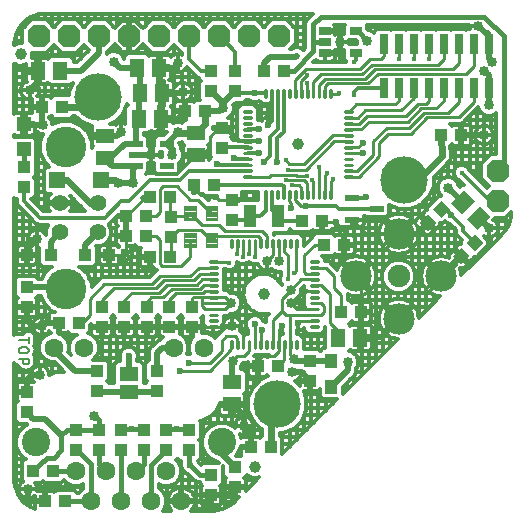
<source format=gbr>
G04 EAGLE Gerber RS-274X export*
G75*
%MOMM*%
%FSLAX34Y34*%
%LPD*%
%INTop Copper*%
%IPPOS*%
%AMOC8*
5,1,8,0,0,1.08239X$1,22.5*%
G01*
%ADD10C,0.177800*%
%ADD11R,1.300000X1.500000*%
%ADD12R,1.500000X1.300000*%
%ADD13R,1.000000X1.100000*%
%ADD14C,1.000000*%
%ADD15R,1.270000X0.558800*%
%ADD16R,1.100000X1.000000*%
%ADD17R,1.200000X1.200000*%
%ADD18R,1.000000X1.000000*%
%ADD19R,1.200000X0.550000*%
%ADD20R,1.100000X1.900000*%
%ADD21R,1.400000X1.400000*%
%ADD22C,0.256000*%
%ADD23R,1.000000X1.000000*%
%ADD24C,0.110000*%
%ADD25R,1.000000X1.200000*%
%ADD26C,1.422400*%
%ADD27C,3.450000*%
%ADD28C,2.400300*%
%ADD29C,1.600000*%
%ADD30R,1.600200X1.168400*%
%ADD31R,0.990000X0.690000*%
%ADD32C,1.905000*%
%ADD33C,2.667000*%
%ADD34P,2.089446X8X202.500000*%
%ADD35R,0.736600X1.676400*%
%ADD36C,0.850000*%
%ADD37C,0.508000*%
%ADD38C,0.609600*%
%ADD39C,0.304800*%
%ADD40C,0.600000*%
%ADD41C,0.254000*%
%ADD42C,0.406400*%
%ADD43C,4.013200*%
%ADD44C,0.400000*%
%ADD45C,0.403200*%
%ADD46C,0.504800*%


D10*
X8509Y149183D02*
X16891Y149183D01*
X16891Y151511D02*
X16891Y146854D01*
X14563Y142977D02*
X10837Y142977D01*
X14563Y142976D02*
X14658Y142974D01*
X14753Y142968D01*
X14847Y142959D01*
X14941Y142945D01*
X15035Y142928D01*
X15127Y142907D01*
X15219Y142882D01*
X15309Y142853D01*
X15399Y142821D01*
X15487Y142785D01*
X15573Y142745D01*
X15658Y142703D01*
X15741Y142656D01*
X15822Y142606D01*
X15900Y142553D01*
X15977Y142497D01*
X16051Y142438D01*
X16123Y142376D01*
X16192Y142311D01*
X16259Y142243D01*
X16322Y142173D01*
X16383Y142099D01*
X16441Y142024D01*
X16495Y141946D01*
X16547Y141866D01*
X16595Y141784D01*
X16639Y141701D01*
X16681Y141615D01*
X16718Y141528D01*
X16752Y141439D01*
X16783Y141349D01*
X16810Y141258D01*
X16833Y141166D01*
X16852Y141073D01*
X16867Y140979D01*
X16879Y140885D01*
X16887Y140790D01*
X16891Y140695D01*
X16891Y140601D01*
X16887Y140506D01*
X16879Y140411D01*
X16867Y140317D01*
X16852Y140223D01*
X16833Y140130D01*
X16810Y140038D01*
X16783Y139947D01*
X16752Y139857D01*
X16718Y139768D01*
X16681Y139681D01*
X16639Y139595D01*
X16595Y139512D01*
X16547Y139430D01*
X16495Y139350D01*
X16441Y139272D01*
X16383Y139197D01*
X16322Y139123D01*
X16259Y139053D01*
X16192Y138985D01*
X16123Y138920D01*
X16051Y138858D01*
X15977Y138799D01*
X15900Y138743D01*
X15822Y138690D01*
X15741Y138640D01*
X15658Y138593D01*
X15573Y138551D01*
X15487Y138511D01*
X15399Y138475D01*
X15309Y138443D01*
X15219Y138414D01*
X15127Y138389D01*
X15035Y138368D01*
X14941Y138351D01*
X14847Y138337D01*
X14753Y138328D01*
X14658Y138322D01*
X14563Y138320D01*
X10837Y138320D01*
X10742Y138322D01*
X10647Y138328D01*
X10553Y138337D01*
X10459Y138351D01*
X10365Y138368D01*
X10273Y138389D01*
X10181Y138414D01*
X10091Y138443D01*
X10001Y138475D01*
X9913Y138511D01*
X9827Y138551D01*
X9742Y138593D01*
X9659Y138640D01*
X9578Y138690D01*
X9500Y138743D01*
X9423Y138799D01*
X9349Y138858D01*
X9277Y138920D01*
X9208Y138985D01*
X9141Y139053D01*
X9078Y139123D01*
X9017Y139197D01*
X8959Y139272D01*
X8905Y139350D01*
X8853Y139430D01*
X8805Y139512D01*
X8761Y139595D01*
X8719Y139681D01*
X8682Y139768D01*
X8648Y139857D01*
X8617Y139947D01*
X8590Y140038D01*
X8567Y140130D01*
X8548Y140223D01*
X8533Y140317D01*
X8521Y140411D01*
X8513Y140506D01*
X8509Y140601D01*
X8509Y140695D01*
X8513Y140790D01*
X8521Y140885D01*
X8533Y140979D01*
X8548Y141073D01*
X8567Y141166D01*
X8590Y141258D01*
X8617Y141349D01*
X8648Y141439D01*
X8682Y141528D01*
X8719Y141615D01*
X8761Y141701D01*
X8805Y141784D01*
X8853Y141866D01*
X8905Y141946D01*
X8959Y142024D01*
X9017Y142099D01*
X9078Y142173D01*
X9141Y142243D01*
X9208Y142311D01*
X9277Y142376D01*
X9349Y142438D01*
X9423Y142497D01*
X9500Y142553D01*
X9578Y142606D01*
X9659Y142656D01*
X9742Y142703D01*
X9827Y142745D01*
X9913Y142785D01*
X10001Y142821D01*
X10091Y142853D01*
X10181Y142882D01*
X10273Y142907D01*
X10365Y142928D01*
X10459Y142945D01*
X10553Y142959D01*
X10647Y142968D01*
X10742Y142974D01*
X10837Y142976D01*
X8509Y133312D02*
X16891Y133312D01*
X16891Y130984D01*
X16889Y130889D01*
X16883Y130794D01*
X16874Y130700D01*
X16860Y130606D01*
X16843Y130512D01*
X16822Y130420D01*
X16797Y130328D01*
X16768Y130238D01*
X16736Y130148D01*
X16700Y130060D01*
X16660Y129974D01*
X16618Y129889D01*
X16571Y129806D01*
X16521Y129725D01*
X16468Y129647D01*
X16412Y129570D01*
X16353Y129496D01*
X16291Y129424D01*
X16226Y129355D01*
X16158Y129288D01*
X16088Y129225D01*
X16014Y129164D01*
X15939Y129106D01*
X15861Y129052D01*
X15781Y129000D01*
X15699Y128952D01*
X15616Y128908D01*
X15530Y128866D01*
X15443Y128829D01*
X15354Y128795D01*
X15264Y128764D01*
X15173Y128737D01*
X15081Y128714D01*
X14988Y128695D01*
X14894Y128680D01*
X14800Y128668D01*
X14705Y128660D01*
X14610Y128656D01*
X14516Y128656D01*
X14421Y128660D01*
X14326Y128668D01*
X14232Y128680D01*
X14138Y128695D01*
X14045Y128714D01*
X13953Y128737D01*
X13862Y128764D01*
X13772Y128795D01*
X13683Y128829D01*
X13596Y128866D01*
X13510Y128908D01*
X13427Y128952D01*
X13345Y129000D01*
X13265Y129052D01*
X13187Y129106D01*
X13112Y129164D01*
X13038Y129225D01*
X12968Y129288D01*
X12900Y129355D01*
X12835Y129424D01*
X12773Y129496D01*
X12714Y129570D01*
X12658Y129647D01*
X12605Y129725D01*
X12555Y129806D01*
X12508Y129889D01*
X12466Y129974D01*
X12426Y130060D01*
X12390Y130148D01*
X12358Y130238D01*
X12329Y130328D01*
X12304Y130420D01*
X12283Y130512D01*
X12266Y130606D01*
X12252Y130700D01*
X12243Y130794D01*
X12237Y130889D01*
X12235Y130984D01*
X12234Y130984D02*
X12234Y133312D01*
D11*
G36*
X383735Y255899D02*
X374543Y265091D01*
X385149Y275697D01*
X394341Y266505D01*
X383735Y255899D01*
G37*
G36*
X397171Y242463D02*
X387979Y251655D01*
X398585Y262261D01*
X407777Y253069D01*
X397171Y242463D01*
G37*
X108610Y379730D03*
X127610Y379730D03*
D12*
X81280Y302920D03*
X81280Y321920D03*
D11*
X109880Y336550D03*
X128880Y336550D03*
X111150Y358140D03*
X130150Y358140D03*
D13*
X45330Y346710D03*
X28330Y346710D03*
X366150Y322580D03*
X383150Y322580D03*
X221860Y58420D03*
X204860Y58420D03*
D14*
X208280Y41910D03*
X10160Y391160D03*
D15*
X290576Y269748D03*
X290576Y250952D03*
X311404Y260350D03*
D11*
X43790Y377190D03*
X24790Y377190D03*
D16*
X165980Y342900D03*
X148980Y342900D03*
D12*
X158750Y324460D03*
X158750Y305460D03*
D17*
X12700Y331810D03*
X12700Y310810D03*
D16*
X173600Y280670D03*
X156600Y280670D03*
X12700Y278520D03*
X12700Y295520D03*
D18*
G36*
X394449Y224474D02*
X387378Y231545D01*
X394449Y238616D01*
X401520Y231545D01*
X394449Y224474D01*
G37*
G36*
X383135Y213160D02*
X376064Y220231D01*
X383135Y227302D01*
X390206Y220231D01*
X383135Y213160D01*
G37*
G36*
X354851Y241444D02*
X347780Y248515D01*
X354851Y255586D01*
X361922Y248515D01*
X354851Y241444D01*
G37*
G36*
X366165Y252758D02*
X359094Y259829D01*
X366165Y266900D01*
X373236Y259829D01*
X366165Y252758D01*
G37*
D19*
X107649Y315570D03*
X107649Y306070D03*
X107649Y296570D03*
X133651Y296570D03*
X133651Y315570D03*
D13*
X180340Y311540D03*
X180340Y328540D03*
X189230Y250580D03*
X189230Y267580D03*
D16*
X248040Y250190D03*
X265040Y250190D03*
D20*
X203900Y254000D03*
X227900Y254000D03*
D21*
X78190Y284480D03*
X41190Y284480D03*
D22*
X217930Y275180D02*
X217930Y269240D01*
X217290Y269240D01*
X217290Y275180D01*
X217930Y275180D01*
X217930Y271672D02*
X217290Y271672D01*
X217290Y274104D02*
X217930Y274104D01*
X222930Y275180D02*
X222930Y269240D01*
X222290Y269240D01*
X222290Y275180D01*
X222930Y275180D01*
X222930Y271672D02*
X222290Y271672D01*
X222290Y274104D02*
X222930Y274104D01*
X227930Y275180D02*
X227930Y269240D01*
X227290Y269240D01*
X227290Y275180D01*
X227930Y275180D01*
X227930Y271672D02*
X227290Y271672D01*
X227290Y274104D02*
X227930Y274104D01*
X232930Y275180D02*
X232930Y269240D01*
X232290Y269240D01*
X232290Y275180D01*
X232930Y275180D01*
X232930Y271672D02*
X232290Y271672D01*
X232290Y274104D02*
X232930Y274104D01*
X237930Y275180D02*
X237930Y269240D01*
X237290Y269240D01*
X237290Y275180D01*
X237930Y275180D01*
X237930Y271672D02*
X237290Y271672D01*
X237290Y274104D02*
X237930Y274104D01*
X242930Y275180D02*
X242930Y269240D01*
X242290Y269240D01*
X242290Y275180D01*
X242930Y275180D01*
X242930Y271672D02*
X242290Y271672D01*
X242290Y274104D02*
X242930Y274104D01*
X247930Y275180D02*
X247930Y269240D01*
X247290Y269240D01*
X247290Y275180D01*
X247930Y275180D01*
X247930Y271672D02*
X247290Y271672D01*
X247290Y274104D02*
X247930Y274104D01*
X252930Y275180D02*
X252930Y269240D01*
X252290Y269240D01*
X252290Y275180D01*
X252930Y275180D01*
X252930Y271672D02*
X252290Y271672D01*
X252290Y274104D02*
X252930Y274104D01*
X257930Y275180D02*
X257930Y269240D01*
X257290Y269240D01*
X257290Y275180D01*
X257930Y275180D01*
X257930Y271672D02*
X257290Y271672D01*
X257290Y274104D02*
X257930Y274104D01*
X262930Y275180D02*
X262930Y269240D01*
X262290Y269240D01*
X262290Y275180D01*
X262930Y275180D01*
X262930Y271672D02*
X262290Y271672D01*
X262290Y274104D02*
X262930Y274104D01*
X267930Y275180D02*
X267930Y269240D01*
X267290Y269240D01*
X267290Y275180D01*
X267930Y275180D01*
X267930Y271672D02*
X267290Y271672D01*
X267290Y274104D02*
X267930Y274104D01*
X272930Y275180D02*
X272930Y269240D01*
X272290Y269240D01*
X272290Y275180D01*
X272930Y275180D01*
X272930Y271672D02*
X272290Y271672D01*
X272290Y274104D02*
X272930Y274104D01*
X284890Y287780D02*
X290830Y287780D01*
X290830Y287140D01*
X284890Y287140D01*
X284890Y287780D01*
X284890Y292780D02*
X290830Y292780D01*
X290830Y292140D01*
X284890Y292140D01*
X284890Y292780D01*
X284890Y297780D02*
X290830Y297780D01*
X290830Y297140D01*
X284890Y297140D01*
X284890Y297780D01*
X284890Y302780D02*
X290830Y302780D01*
X290830Y302140D01*
X284890Y302140D01*
X284890Y302780D01*
X284890Y307780D02*
X290830Y307780D01*
X290830Y307140D01*
X284890Y307140D01*
X284890Y307780D01*
X284890Y312780D02*
X290830Y312780D01*
X290830Y312140D01*
X284890Y312140D01*
X284890Y312780D01*
X284890Y317780D02*
X290830Y317780D01*
X290830Y317140D01*
X284890Y317140D01*
X284890Y317780D01*
X284890Y322780D02*
X290830Y322780D01*
X290830Y322140D01*
X284890Y322140D01*
X284890Y322780D01*
X284890Y327780D02*
X290830Y327780D01*
X290830Y327140D01*
X284890Y327140D01*
X284890Y327780D01*
X284890Y332780D02*
X290830Y332780D01*
X290830Y332140D01*
X284890Y332140D01*
X284890Y332780D01*
X284890Y337780D02*
X290830Y337780D01*
X290830Y337140D01*
X284890Y337140D01*
X284890Y337780D01*
X284890Y342780D02*
X290830Y342780D01*
X290830Y342140D01*
X284890Y342140D01*
X284890Y342780D01*
X272930Y354740D02*
X272930Y360680D01*
X272930Y354740D02*
X272290Y354740D01*
X272290Y360680D01*
X272930Y360680D01*
X272930Y357172D02*
X272290Y357172D01*
X272290Y359604D02*
X272930Y359604D01*
X267930Y360680D02*
X267930Y354740D01*
X267290Y354740D01*
X267290Y360680D01*
X267930Y360680D01*
X267930Y357172D02*
X267290Y357172D01*
X267290Y359604D02*
X267930Y359604D01*
X262930Y360680D02*
X262930Y354740D01*
X262290Y354740D01*
X262290Y360680D01*
X262930Y360680D01*
X262930Y357172D02*
X262290Y357172D01*
X262290Y359604D02*
X262930Y359604D01*
X257930Y360680D02*
X257930Y354740D01*
X257290Y354740D01*
X257290Y360680D01*
X257930Y360680D01*
X257930Y357172D02*
X257290Y357172D01*
X257290Y359604D02*
X257930Y359604D01*
X252930Y360680D02*
X252930Y354740D01*
X252290Y354740D01*
X252290Y360680D01*
X252930Y360680D01*
X252930Y357172D02*
X252290Y357172D01*
X252290Y359604D02*
X252930Y359604D01*
X247930Y360680D02*
X247930Y354740D01*
X247290Y354740D01*
X247290Y360680D01*
X247930Y360680D01*
X247930Y357172D02*
X247290Y357172D01*
X247290Y359604D02*
X247930Y359604D01*
X242930Y360680D02*
X242930Y354740D01*
X242290Y354740D01*
X242290Y360680D01*
X242930Y360680D01*
X242930Y357172D02*
X242290Y357172D01*
X242290Y359604D02*
X242930Y359604D01*
X237930Y360680D02*
X237930Y354740D01*
X237290Y354740D01*
X237290Y360680D01*
X237930Y360680D01*
X237930Y357172D02*
X237290Y357172D01*
X237290Y359604D02*
X237930Y359604D01*
X232930Y360680D02*
X232930Y354740D01*
X232290Y354740D01*
X232290Y360680D01*
X232930Y360680D01*
X232930Y357172D02*
X232290Y357172D01*
X232290Y359604D02*
X232930Y359604D01*
X227930Y360680D02*
X227930Y354740D01*
X227290Y354740D01*
X227290Y360680D01*
X227930Y360680D01*
X227930Y357172D02*
X227290Y357172D01*
X227290Y359604D02*
X227930Y359604D01*
X222930Y360680D02*
X222930Y354740D01*
X222290Y354740D01*
X222290Y360680D01*
X222930Y360680D01*
X222930Y357172D02*
X222290Y357172D01*
X222290Y359604D02*
X222930Y359604D01*
X217930Y360680D02*
X217930Y354740D01*
X217290Y354740D01*
X217290Y360680D01*
X217930Y360680D01*
X217930Y357172D02*
X217290Y357172D01*
X217290Y359604D02*
X217930Y359604D01*
X205330Y342780D02*
X199390Y342780D01*
X205330Y342780D02*
X205330Y342140D01*
X199390Y342140D01*
X199390Y342780D01*
X199390Y337780D02*
X205330Y337780D01*
X205330Y337140D01*
X199390Y337140D01*
X199390Y337780D01*
X199390Y332780D02*
X205330Y332780D01*
X205330Y332140D01*
X199390Y332140D01*
X199390Y332780D01*
X199390Y327780D02*
X205330Y327780D01*
X205330Y327140D01*
X199390Y327140D01*
X199390Y327780D01*
X199390Y322780D02*
X205330Y322780D01*
X205330Y322140D01*
X199390Y322140D01*
X199390Y322780D01*
X199390Y317780D02*
X205330Y317780D01*
X205330Y317140D01*
X199390Y317140D01*
X199390Y317780D01*
X199390Y312780D02*
X205330Y312780D01*
X205330Y312140D01*
X199390Y312140D01*
X199390Y312780D01*
X199390Y307780D02*
X205330Y307780D01*
X205330Y307140D01*
X199390Y307140D01*
X199390Y307780D01*
D14*
X245110Y314960D03*
D22*
X205330Y302780D02*
X199390Y302780D01*
X205330Y302780D02*
X205330Y302140D01*
X199390Y302140D01*
X199390Y302780D01*
X199390Y297780D02*
X205330Y297780D01*
X205330Y297140D01*
X199390Y297140D01*
X199390Y297780D01*
X199390Y292780D02*
X205330Y292780D01*
X205330Y292140D01*
X199390Y292140D01*
X199390Y292780D01*
X199390Y287780D02*
X205330Y287780D01*
X205330Y287140D01*
X199390Y287140D01*
X199390Y287780D01*
D23*
X35400Y220980D03*
X15400Y220980D03*
X64930Y220980D03*
X84930Y220980D03*
D24*
X176510Y227660D02*
X176510Y239560D01*
X176510Y227660D02*
X166610Y227660D01*
X166610Y239560D01*
X176510Y239560D01*
X176510Y228705D02*
X166610Y228705D01*
X166610Y229750D02*
X176510Y229750D01*
X176510Y230795D02*
X166610Y230795D01*
X166610Y231840D02*
X176510Y231840D01*
X176510Y232885D02*
X166610Y232885D01*
X166610Y233930D02*
X176510Y233930D01*
X176510Y234975D02*
X166610Y234975D01*
X166610Y236020D02*
X176510Y236020D01*
X176510Y237065D02*
X166610Y237065D01*
X166610Y238110D02*
X176510Y238110D01*
X176510Y239155D02*
X166610Y239155D01*
X158510Y250660D02*
X158510Y262560D01*
X158510Y250660D02*
X148610Y250660D01*
X148610Y262560D01*
X158510Y262560D01*
X158510Y251705D02*
X148610Y251705D01*
X148610Y252750D02*
X158510Y252750D01*
X158510Y253795D02*
X148610Y253795D01*
X148610Y254840D02*
X158510Y254840D01*
X158510Y255885D02*
X148610Y255885D01*
X148610Y256930D02*
X158510Y256930D01*
X158510Y257975D02*
X148610Y257975D01*
X148610Y259020D02*
X158510Y259020D01*
X158510Y260065D02*
X148610Y260065D01*
X148610Y261110D02*
X158510Y261110D01*
X158510Y262155D02*
X148610Y262155D01*
X176510Y262560D02*
X176510Y250660D01*
X166610Y250660D01*
X166610Y262560D01*
X176510Y262560D01*
X176510Y251705D02*
X166610Y251705D01*
X166610Y252750D02*
X176510Y252750D01*
X176510Y253795D02*
X166610Y253795D01*
X166610Y254840D02*
X176510Y254840D01*
X176510Y255885D02*
X166610Y255885D01*
X166610Y256930D02*
X176510Y256930D01*
X176510Y257975D02*
X166610Y257975D01*
X166610Y259020D02*
X176510Y259020D01*
X176510Y260065D02*
X166610Y260065D01*
X166610Y261110D02*
X176510Y261110D01*
X176510Y262155D02*
X166610Y262155D01*
X158510Y239560D02*
X158510Y227660D01*
X148610Y227660D01*
X148610Y239560D01*
X158510Y239560D01*
X158510Y228705D02*
X148610Y228705D01*
X148610Y229750D02*
X158510Y229750D01*
X158510Y230795D02*
X148610Y230795D01*
X148610Y231840D02*
X158510Y231840D01*
X158510Y232885D02*
X148610Y232885D01*
X148610Y233930D02*
X158510Y233930D01*
X158510Y234975D02*
X148610Y234975D01*
X148610Y236020D02*
X158510Y236020D01*
X158510Y237065D02*
X148610Y237065D01*
X148610Y238110D02*
X158510Y238110D01*
X158510Y239155D02*
X148610Y239155D01*
D22*
X188720Y148180D02*
X188720Y142240D01*
X188080Y142240D01*
X188080Y148180D01*
X188720Y148180D01*
X188720Y144672D02*
X188080Y144672D01*
X188080Y147104D02*
X188720Y147104D01*
X193720Y148180D02*
X193720Y142240D01*
X193080Y142240D01*
X193080Y148180D01*
X193720Y148180D01*
X193720Y144672D02*
X193080Y144672D01*
X193080Y147104D02*
X193720Y147104D01*
X198720Y148180D02*
X198720Y142240D01*
X198080Y142240D01*
X198080Y148180D01*
X198720Y148180D01*
X198720Y144672D02*
X198080Y144672D01*
X198080Y147104D02*
X198720Y147104D01*
X203720Y148180D02*
X203720Y142240D01*
X203080Y142240D01*
X203080Y148180D01*
X203720Y148180D01*
X203720Y144672D02*
X203080Y144672D01*
X203080Y147104D02*
X203720Y147104D01*
X208720Y148180D02*
X208720Y142240D01*
X208080Y142240D01*
X208080Y148180D01*
X208720Y148180D01*
X208720Y144672D02*
X208080Y144672D01*
X208080Y147104D02*
X208720Y147104D01*
X213720Y148180D02*
X213720Y142240D01*
X213080Y142240D01*
X213080Y148180D01*
X213720Y148180D01*
X213720Y144672D02*
X213080Y144672D01*
X213080Y147104D02*
X213720Y147104D01*
X218720Y148180D02*
X218720Y142240D01*
X218080Y142240D01*
X218080Y148180D01*
X218720Y148180D01*
X218720Y144672D02*
X218080Y144672D01*
X218080Y147104D02*
X218720Y147104D01*
X223720Y148180D02*
X223720Y142240D01*
X223080Y142240D01*
X223080Y148180D01*
X223720Y148180D01*
X223720Y144672D02*
X223080Y144672D01*
X223080Y147104D02*
X223720Y147104D01*
X228720Y148180D02*
X228720Y142240D01*
X228080Y142240D01*
X228080Y148180D01*
X228720Y148180D01*
X228720Y144672D02*
X228080Y144672D01*
X228080Y147104D02*
X228720Y147104D01*
X233720Y148180D02*
X233720Y142240D01*
X233080Y142240D01*
X233080Y148180D01*
X233720Y148180D01*
X233720Y144672D02*
X233080Y144672D01*
X233080Y147104D02*
X233720Y147104D01*
X238720Y148180D02*
X238720Y142240D01*
X238080Y142240D01*
X238080Y148180D01*
X238720Y148180D01*
X238720Y144672D02*
X238080Y144672D01*
X238080Y147104D02*
X238720Y147104D01*
X243720Y148180D02*
X243720Y142240D01*
X243080Y142240D01*
X243080Y148180D01*
X243720Y148180D01*
X243720Y144672D02*
X243080Y144672D01*
X243080Y147104D02*
X243720Y147104D01*
X255680Y160780D02*
X261620Y160780D01*
X261620Y160140D01*
X255680Y160140D01*
X255680Y160780D01*
X255680Y165780D02*
X261620Y165780D01*
X261620Y165140D01*
X255680Y165140D01*
X255680Y165780D01*
X255680Y170780D02*
X261620Y170780D01*
X261620Y170140D01*
X255680Y170140D01*
X255680Y170780D01*
X255680Y175780D02*
X261620Y175780D01*
X261620Y175140D01*
X255680Y175140D01*
X255680Y175780D01*
X255680Y180780D02*
X261620Y180780D01*
X261620Y180140D01*
X255680Y180140D01*
X255680Y180780D01*
X255680Y185780D02*
X261620Y185780D01*
X261620Y185140D01*
X255680Y185140D01*
X255680Y185780D01*
X255680Y190780D02*
X261620Y190780D01*
X261620Y190140D01*
X255680Y190140D01*
X255680Y190780D01*
X255680Y195780D02*
X261620Y195780D01*
X261620Y195140D01*
X255680Y195140D01*
X255680Y195780D01*
X255680Y200780D02*
X261620Y200780D01*
X261620Y200140D01*
X255680Y200140D01*
X255680Y200780D01*
X255680Y205780D02*
X261620Y205780D01*
X261620Y205140D01*
X255680Y205140D01*
X255680Y205780D01*
X255680Y210780D02*
X261620Y210780D01*
X261620Y210140D01*
X255680Y210140D01*
X255680Y210780D01*
X255680Y215780D02*
X261620Y215780D01*
X261620Y215140D01*
X255680Y215140D01*
X255680Y215780D01*
X243720Y227740D02*
X243720Y233680D01*
X243720Y227740D02*
X243080Y227740D01*
X243080Y233680D01*
X243720Y233680D01*
X243720Y230172D02*
X243080Y230172D01*
X243080Y232604D02*
X243720Y232604D01*
X238720Y233680D02*
X238720Y227740D01*
X238080Y227740D01*
X238080Y233680D01*
X238720Y233680D01*
X238720Y230172D02*
X238080Y230172D01*
X238080Y232604D02*
X238720Y232604D01*
X233720Y233680D02*
X233720Y227740D01*
X233080Y227740D01*
X233080Y233680D01*
X233720Y233680D01*
X233720Y230172D02*
X233080Y230172D01*
X233080Y232604D02*
X233720Y232604D01*
X228720Y233680D02*
X228720Y227740D01*
X228080Y227740D01*
X228080Y233680D01*
X228720Y233680D01*
X228720Y230172D02*
X228080Y230172D01*
X228080Y232604D02*
X228720Y232604D01*
X223720Y233680D02*
X223720Y227740D01*
X223080Y227740D01*
X223080Y233680D01*
X223720Y233680D01*
X223720Y230172D02*
X223080Y230172D01*
X223080Y232604D02*
X223720Y232604D01*
X218720Y233680D02*
X218720Y227740D01*
X218080Y227740D01*
X218080Y233680D01*
X218720Y233680D01*
X218720Y230172D02*
X218080Y230172D01*
X218080Y232604D02*
X218720Y232604D01*
X213720Y233680D02*
X213720Y227740D01*
X213080Y227740D01*
X213080Y233680D01*
X213720Y233680D01*
X213720Y230172D02*
X213080Y230172D01*
X213080Y232604D02*
X213720Y232604D01*
X208720Y233680D02*
X208720Y227740D01*
X208080Y227740D01*
X208080Y233680D01*
X208720Y233680D01*
X208720Y230172D02*
X208080Y230172D01*
X208080Y232604D02*
X208720Y232604D01*
X203720Y233680D02*
X203720Y227740D01*
X203080Y227740D01*
X203080Y233680D01*
X203720Y233680D01*
X203720Y230172D02*
X203080Y230172D01*
X203080Y232604D02*
X203720Y232604D01*
X198720Y233680D02*
X198720Y227740D01*
X198080Y227740D01*
X198080Y233680D01*
X198720Y233680D01*
X198720Y230172D02*
X198080Y230172D01*
X198080Y232604D02*
X198720Y232604D01*
X193720Y233680D02*
X193720Y227740D01*
X193080Y227740D01*
X193080Y233680D01*
X193720Y233680D01*
X193720Y230172D02*
X193080Y230172D01*
X193080Y232604D02*
X193720Y232604D01*
X188720Y233680D02*
X188720Y227740D01*
X188080Y227740D01*
X188080Y233680D01*
X188720Y233680D01*
X188720Y230172D02*
X188080Y230172D01*
X188080Y232604D02*
X188720Y232604D01*
X176120Y215780D02*
X170180Y215780D01*
X176120Y215780D02*
X176120Y215140D01*
X170180Y215140D01*
X170180Y215780D01*
X170180Y210780D02*
X176120Y210780D01*
X176120Y210140D01*
X170180Y210140D01*
X170180Y210780D01*
X170180Y205780D02*
X176120Y205780D01*
X176120Y205140D01*
X170180Y205140D01*
X170180Y205780D01*
X170180Y200780D02*
X176120Y200780D01*
X176120Y200140D01*
X170180Y200140D01*
X170180Y200780D01*
X170180Y195780D02*
X176120Y195780D01*
X176120Y195140D01*
X170180Y195140D01*
X170180Y195780D01*
X170180Y190780D02*
X176120Y190780D01*
X176120Y190140D01*
X170180Y190140D01*
X170180Y190780D01*
X170180Y185780D02*
X176120Y185780D01*
X176120Y185140D01*
X170180Y185140D01*
X170180Y185780D01*
X170180Y180780D02*
X176120Y180780D01*
X176120Y180140D01*
X170180Y180140D01*
X170180Y180780D01*
D14*
X215900Y187960D03*
D22*
X176120Y175780D02*
X170180Y175780D01*
X176120Y175780D02*
X176120Y175140D01*
X170180Y175140D01*
X170180Y175780D01*
X170180Y170780D02*
X176120Y170780D01*
X176120Y170140D01*
X170180Y170140D01*
X170180Y170780D01*
X170180Y165780D02*
X176120Y165780D01*
X176120Y165140D01*
X170180Y165140D01*
X170180Y165780D01*
X170180Y160780D02*
X176120Y160780D01*
X176120Y160140D01*
X170180Y160140D01*
X170180Y160780D01*
D25*
X273050Y109650D03*
X273050Y131650D03*
D12*
X189230Y113640D03*
X189230Y94640D03*
D13*
X255270Y131690D03*
X255270Y114690D03*
D26*
X75260Y265230D03*
X75260Y240230D03*
X43260Y240230D03*
X43260Y265230D03*
D27*
X48260Y192530D03*
X48260Y312930D03*
D28*
X22860Y62738D03*
X180340Y62738D03*
D29*
X38227Y142748D03*
X63627Y142748D03*
X139573Y142748D03*
X164973Y142748D03*
X57150Y38100D03*
X69850Y12700D03*
X82550Y38100D03*
X95250Y12700D03*
X107950Y38100D03*
X120650Y12700D03*
X133350Y38100D03*
X146050Y12700D03*
D16*
X74930Y122800D03*
X74930Y105800D03*
D13*
X99450Y254000D03*
X116450Y254000D03*
X116450Y237490D03*
X99450Y237490D03*
D16*
X125730Y122800D03*
X125730Y105800D03*
D30*
X101600Y105410D03*
X101600Y120650D03*
D13*
X59300Y163830D03*
X42300Y163830D03*
D16*
X78740Y177410D03*
X78740Y160410D03*
X97790Y177410D03*
X97790Y160410D03*
X116840Y177410D03*
X116840Y160410D03*
X135890Y177410D03*
X135890Y160410D03*
X137160Y253610D03*
X137160Y236610D03*
D13*
X211210Y127000D03*
X228210Y127000D03*
X154940Y177410D03*
X154940Y160410D03*
D11*
X278790Y151130D03*
X297790Y151130D03*
D16*
X267090Y229870D03*
X284090Y229870D03*
D13*
X298060Y172720D03*
X281060Y172720D03*
X15240Y88020D03*
X15240Y105020D03*
D16*
X136770Y270510D03*
X119770Y270510D03*
X136770Y219710D03*
X119770Y219710D03*
D13*
X95250Y56270D03*
X95250Y73270D03*
X133350Y56270D03*
X133350Y73270D03*
D16*
X152400Y56270D03*
X152400Y73270D03*
X114300Y56270D03*
X114300Y73270D03*
D13*
X171450Y18170D03*
X171450Y35170D03*
D16*
X30870Y12700D03*
X47870Y12700D03*
X57150Y56270D03*
X57150Y73270D03*
D13*
X37710Y38100D03*
X20710Y38100D03*
D16*
X76200Y56270D03*
X76200Y73270D03*
D31*
X267770Y410820D03*
X267770Y401320D03*
X267770Y391820D03*
X293670Y391820D03*
X293670Y410820D03*
D32*
X330200Y203200D03*
D33*
X366261Y203200D03*
X330200Y239261D03*
X294139Y203200D03*
X330200Y167139D03*
D34*
X414020Y292100D03*
X414020Y266700D03*
D35*
X406400Y362585D03*
X406400Y399415D03*
X393700Y362585D03*
X393700Y399415D03*
X381000Y362585D03*
X381000Y399415D03*
X368300Y362585D03*
X368300Y399415D03*
X355600Y362585D03*
X355600Y399415D03*
X342900Y362585D03*
X342900Y399415D03*
X330200Y362585D03*
X330200Y399415D03*
X317500Y362585D03*
X317500Y399415D03*
D34*
X76200Y406400D03*
X101600Y406400D03*
X127000Y406400D03*
X152400Y406400D03*
X177800Y406400D03*
X203200Y406400D03*
X228600Y406400D03*
D16*
X191770Y41520D03*
X191770Y24520D03*
X15240Y176920D03*
X15240Y193920D03*
X191770Y376800D03*
X191770Y359800D03*
X171450Y376800D03*
X171450Y359800D03*
D13*
X233290Y377190D03*
X216290Y377190D03*
D34*
X50800Y406400D03*
X25400Y406400D03*
D36*
X17780Y360680D03*
D37*
X107649Y306070D02*
X120650Y306070D01*
D36*
X120650Y306070D03*
D38*
X120650Y320040D01*
X128880Y328270D02*
X128880Y336550D01*
X128880Y328270D02*
X120650Y320040D01*
X142630Y336550D02*
X148980Y342900D01*
X142630Y336550D02*
X128880Y336550D01*
D39*
X202360Y317460D02*
X212050Y317460D01*
X212090Y317500D01*
D40*
X212090Y317500D03*
D39*
X183270Y328540D02*
X180340Y328540D01*
X194350Y317460D02*
X202360Y317460D01*
X194350Y317460D02*
X183270Y328540D01*
X120650Y306070D02*
X120650Y293370D01*
X124460Y289560D01*
X158140Y305460D02*
X158750Y305460D01*
X142240Y289560D02*
X124460Y289560D01*
X142240Y289560D02*
X158140Y305460D01*
D40*
X219710Y331470D03*
D39*
X222610Y334370D02*
X222610Y357710D01*
X222610Y334370D02*
X219710Y331470D01*
D36*
X402590Y322580D03*
D37*
X383150Y322580D01*
D36*
X143510Y383540D03*
D41*
X287860Y312460D02*
X295783Y312460D01*
X299636Y316314D01*
D40*
X299636Y316314D03*
D41*
X237610Y272210D02*
X237610Y266580D01*
X238931Y265259D02*
X238931Y260794D01*
D40*
X238931Y260794D03*
D41*
X238931Y265259D02*
X237610Y266580D01*
X189230Y267580D02*
X178190Y267580D01*
X175260Y270510D01*
D40*
X175260Y270510D03*
D41*
X156600Y277740D02*
X156600Y280670D01*
X173990Y271780D02*
X175260Y270510D01*
X162560Y271780D02*
X156600Y277740D01*
X162560Y271780D02*
X173990Y271780D01*
X95250Y220980D02*
X84930Y220980D01*
X95250Y220980D02*
X97790Y223520D01*
D40*
X97790Y223520D03*
D41*
X99450Y225180D02*
X99450Y237490D01*
X99450Y225180D02*
X97790Y223520D01*
X101600Y219710D02*
X119770Y219710D01*
X101600Y219710D02*
X97790Y223520D01*
X99450Y237490D02*
X99450Y254000D01*
X115960Y270510D02*
X119770Y270510D01*
X115960Y270510D02*
X99450Y254000D01*
X265040Y250190D02*
X266310Y248920D01*
X276860Y248920D01*
D40*
X276860Y248920D03*
D41*
X284090Y241690D02*
X284090Y229870D01*
X284090Y241690D02*
X276860Y248920D01*
X188400Y160460D02*
X173150Y160460D01*
X188400Y160460D02*
X189230Y161290D01*
D36*
X189230Y161290D03*
D41*
X173150Y160460D02*
X154990Y160460D01*
X154940Y160410D01*
D37*
X135890Y160410D01*
X116840Y160410D01*
X97790Y160410D01*
X78740Y160410D01*
D41*
X223400Y220860D02*
X223400Y230710D01*
X223400Y220860D02*
X218440Y215900D01*
D36*
X218440Y215900D03*
D41*
X298060Y199279D02*
X298060Y172720D01*
X298060Y199279D02*
X294139Y203200D01*
X297790Y151130D02*
X314191Y151130D01*
X330200Y167139D01*
X258650Y190460D02*
X248880Y190460D01*
X238760Y180340D01*
D36*
X238760Y180340D03*
D41*
X243640Y175460D02*
X258650Y175460D01*
X243640Y175460D02*
X238760Y180340D01*
X246740Y165460D02*
X258650Y165460D01*
X246740Y165460D02*
X245110Y163830D01*
D40*
X245110Y163830D03*
D41*
X198400Y157200D02*
X198400Y145210D01*
X194310Y161290D02*
X189230Y161290D01*
X194310Y161290D02*
X198400Y157200D01*
D42*
X171450Y18170D02*
X165980Y12700D01*
X146050Y12700D01*
D41*
X228400Y145210D02*
X228400Y158090D01*
X231600Y161290D01*
D40*
X231600Y161290D03*
D41*
X228400Y145210D02*
X228400Y139500D01*
X214630Y135890D02*
X210820Y132080D01*
X211210Y131690D01*
X211210Y127000D01*
X224790Y135890D02*
X228400Y139500D01*
X224790Y135890D02*
X214630Y135890D01*
D37*
X248040Y121920D02*
X255270Y114690D01*
X248040Y121920D02*
X240030Y121920D01*
D36*
X240030Y121920D03*
D41*
X163220Y305460D02*
X158750Y305460D01*
X163220Y305460D02*
X170180Y312420D01*
X170180Y321310D01*
X177410Y328540D01*
X180340Y328540D01*
D37*
X24790Y377190D02*
X24130Y376530D01*
X24130Y367030D01*
X17780Y360680D01*
D39*
X290576Y250952D02*
X302267Y239261D01*
X330200Y239261D01*
D37*
X345597Y239261D02*
X354851Y248515D01*
X345597Y239261D02*
X330200Y239261D01*
X366261Y203357D02*
X383135Y220231D01*
X366261Y203357D02*
X366261Y203200D01*
X406400Y243840D02*
X397878Y252362D01*
X406400Y243840D02*
X406400Y243840D01*
D36*
X406400Y243840D03*
X199390Y76200D03*
D37*
X199390Y84480D02*
X189230Y94640D01*
X199390Y84480D02*
X199390Y76200D01*
X204860Y70730D02*
X204860Y58420D01*
X204860Y70730D02*
X199390Y76200D01*
D36*
X26670Y119380D03*
X16510Y22860D03*
D37*
X20320Y12700D02*
X30870Y12700D01*
X20320Y12700D02*
X16510Y16510D01*
X16510Y22860D01*
X15240Y105020D02*
X15240Y115570D01*
X19050Y119380D02*
X26670Y119380D01*
X19050Y119380D02*
X15240Y115570D01*
X185420Y18170D02*
X191770Y24520D01*
X185420Y18170D02*
X171450Y18170D01*
D36*
X24130Y234950D03*
X27940Y161290D03*
X397510Y415290D03*
X408940Y384810D03*
D37*
X406400Y387350D02*
X406400Y399415D01*
X406400Y387350D02*
X408940Y384810D01*
X406400Y399415D02*
X406400Y406400D01*
X397510Y415290D01*
X15240Y176920D02*
X15240Y166370D01*
X20320Y161290D02*
X25790Y161290D01*
X27940Y161290D01*
X20320Y161290D02*
X15240Y166370D01*
X28330Y163830D02*
X42300Y163830D01*
X28330Y163830D02*
X25790Y161290D01*
D36*
X280670Y401320D03*
D37*
X277520Y410820D02*
X267770Y410820D01*
X277520Y410820D02*
X280670Y407670D01*
X280670Y401320D01*
X278790Y391820D02*
X267770Y391820D01*
X278790Y391820D02*
X280670Y393700D01*
X280670Y401320D01*
X143510Y383540D02*
X139700Y379730D01*
X127610Y379730D01*
X127610Y360680D01*
X130150Y358140D01*
X128880Y356870D02*
X128880Y336550D01*
X128880Y356870D02*
X130150Y358140D01*
D36*
X147320Y359410D03*
D37*
X146050Y358140D01*
X130150Y358140D01*
D36*
X95250Y325120D03*
X29210Y331470D03*
D37*
X81280Y321920D02*
X92050Y321920D01*
X95250Y325120D01*
X13040Y331470D02*
X12700Y331810D01*
X13040Y331470D02*
X29210Y331470D01*
X28330Y332350D02*
X28330Y346710D01*
X28330Y332350D02*
X29210Y331470D01*
X15400Y226220D02*
X15400Y220980D01*
X15400Y226220D02*
X24130Y234950D01*
D39*
X144276Y391314D02*
X145778Y391015D01*
X144276Y391314D02*
X143510Y391314D01*
X143510Y383540D01*
X143510Y383540D01*
X143510Y391314D01*
X142744Y391314D01*
X141242Y391015D01*
X139828Y390429D01*
X138554Y389578D01*
X137472Y388496D01*
X137434Y388440D01*
X137394Y388590D01*
X136930Y389394D01*
X136274Y390050D01*
X135470Y390514D01*
X134574Y390754D01*
X129134Y390754D01*
X129134Y381254D01*
X126086Y381254D01*
X126086Y390754D01*
X120646Y390754D01*
X119750Y390514D01*
X118946Y390050D01*
X118851Y389955D01*
X117004Y391802D01*
X100216Y391802D01*
X97538Y389124D01*
X97538Y387009D01*
X96379Y389807D01*
X93897Y392289D01*
X90655Y393632D01*
X87145Y393632D01*
X83903Y392289D01*
X83312Y391698D01*
X83312Y393396D01*
X89641Y399725D01*
X96142Y393224D01*
X100584Y393224D01*
X100584Y405384D01*
X102616Y405384D01*
X102616Y393224D01*
X107058Y393224D01*
X113559Y399725D01*
X121108Y392176D01*
X132892Y392176D01*
X139700Y398984D01*
X146304Y392380D01*
X146304Y390797D01*
X145778Y391015D01*
X161378Y369906D02*
X162984Y368300D01*
X161378Y366694D01*
X161378Y352906D01*
X161812Y352472D01*
X158586Y352472D01*
X156739Y350625D01*
X156644Y350720D01*
X155840Y351184D01*
X154944Y351424D01*
X149956Y351424D01*
X149956Y343876D01*
X148004Y343876D01*
X148004Y351424D01*
X143016Y351424D01*
X142120Y351184D01*
X141316Y350720D01*
X140660Y350064D01*
X140196Y349260D01*
X139956Y348364D01*
X139956Y343876D01*
X148004Y343876D01*
X148004Y341924D01*
X139956Y341924D01*
X139956Y337436D01*
X140196Y336540D01*
X140660Y335736D01*
X141316Y335080D01*
X142120Y334616D01*
X143016Y334376D01*
X148004Y334376D01*
X148004Y341924D01*
X149956Y341924D01*
X149956Y335532D01*
X149356Y335532D01*
X147034Y333209D01*
X145265Y333942D01*
X141755Y333942D01*
X138904Y332761D01*
X138904Y335026D01*
X130404Y335026D01*
X130404Y338074D01*
X138904Y338074D01*
X138904Y344514D01*
X138664Y345410D01*
X138200Y346214D01*
X137544Y346870D01*
X137116Y347117D01*
X138010Y347356D01*
X138814Y347820D01*
X139470Y348476D01*
X139934Y349280D01*
X140174Y350176D01*
X140174Y356348D01*
X140431Y355728D01*
X141282Y354454D01*
X142364Y353372D01*
X143638Y352521D01*
X145052Y351935D01*
X146554Y351636D01*
X147320Y351636D01*
X147320Y359410D01*
X147320Y359410D01*
X147320Y351636D01*
X148086Y351636D01*
X149588Y351935D01*
X151002Y352521D01*
X152276Y353372D01*
X153358Y354454D01*
X154209Y355728D01*
X154795Y357142D01*
X155094Y358644D01*
X155094Y359410D01*
X147320Y359410D01*
X147320Y359410D01*
X155094Y359410D01*
X155094Y360176D01*
X154795Y361678D01*
X154209Y363092D01*
X153358Y364366D01*
X152276Y365448D01*
X151002Y366299D01*
X149588Y366885D01*
X148086Y367184D01*
X147320Y367184D01*
X147320Y359410D01*
X147320Y359410D01*
X147320Y367184D01*
X146554Y367184D01*
X145052Y366885D01*
X143638Y366299D01*
X142364Y365448D01*
X141282Y364366D01*
X140431Y363092D01*
X140174Y362472D01*
X140174Y366104D01*
X139934Y367000D01*
X139470Y367804D01*
X138814Y368460D01*
X138010Y368924D01*
X137114Y369164D01*
X135847Y369164D01*
X136274Y369410D01*
X136930Y370066D01*
X137394Y370870D01*
X137634Y371766D01*
X137634Y378206D01*
X129134Y378206D01*
X129134Y381254D01*
X136042Y381254D01*
X136621Y379858D01*
X137472Y378584D01*
X138554Y377502D01*
X139828Y376651D01*
X141242Y376065D01*
X142744Y375766D01*
X143510Y375766D01*
X143510Y383540D01*
X143510Y383540D01*
X143510Y375766D01*
X144276Y375766D01*
X145778Y376065D01*
X147192Y376651D01*
X148466Y377502D01*
X149548Y378584D01*
X150399Y379858D01*
X150540Y380199D01*
X159107Y371632D01*
X161347Y370704D01*
X161378Y370704D01*
X161378Y369906D01*
X260000Y386206D02*
X260656Y385550D01*
X261460Y385086D01*
X262356Y384846D01*
X267569Y384846D01*
X267569Y391619D01*
X267971Y391619D01*
X267971Y384846D01*
X273184Y384846D01*
X274080Y385086D01*
X274884Y385550D01*
X275540Y386206D01*
X276004Y387010D01*
X276244Y387906D01*
X276244Y391619D01*
X267971Y391619D01*
X267971Y392021D01*
X276244Y392021D01*
X276244Y394928D01*
X276988Y394431D01*
X278402Y393845D01*
X279904Y393546D01*
X280670Y393546D01*
X280670Y401320D01*
X280670Y401320D01*
X280670Y393546D01*
X281436Y393546D01*
X282938Y393845D01*
X284148Y394346D01*
X284148Y386476D01*
X285512Y385112D01*
X285512Y384302D01*
X257751Y384302D01*
X259874Y386425D01*
X260000Y386206D01*
X249279Y394509D02*
X247869Y395919D01*
X245255Y397002D01*
X242425Y397002D01*
X239811Y395919D01*
X239624Y395732D01*
X238048Y395732D01*
X242824Y400508D01*
X242824Y412292D01*
X234492Y420624D01*
X222708Y420624D01*
X215900Y413816D01*
X209092Y420624D01*
X197308Y420624D01*
X190500Y413816D01*
X183692Y420624D01*
X171908Y420624D01*
X165100Y413816D01*
X158292Y420624D01*
X146508Y420624D01*
X139700Y413816D01*
X132892Y420624D01*
X121108Y420624D01*
X113559Y413075D01*
X107058Y419576D01*
X102616Y419576D01*
X102616Y407416D01*
X100584Y407416D01*
X100584Y419576D01*
X96142Y419576D01*
X89641Y413075D01*
X82092Y420624D01*
X70308Y420624D01*
X63500Y413816D01*
X56692Y420624D01*
X44908Y420624D01*
X38100Y413816D01*
X31292Y420624D01*
X19508Y420624D01*
X11176Y412292D01*
X11176Y400732D01*
X8256Y400732D01*
X4738Y399275D01*
X4699Y399236D01*
X4699Y400050D01*
X5010Y404004D01*
X7454Y411524D01*
X12101Y417921D01*
X18498Y422568D01*
X26018Y425012D01*
X29972Y425323D01*
X257234Y425323D01*
X254069Y422159D01*
X252211Y420301D01*
X251206Y417874D01*
X251206Y396435D01*
X249279Y394509D01*
X387263Y296401D02*
X389111Y294553D01*
X387263Y296401D02*
X384847Y297402D01*
X382233Y297402D01*
X379817Y296401D01*
X377969Y294553D01*
X376968Y292137D01*
X376968Y289523D01*
X377969Y287107D01*
X379817Y285259D01*
X380966Y284783D01*
X385480Y280269D01*
X383256Y280269D01*
X381642Y278655D01*
X380932Y279366D01*
X380932Y279885D01*
X379589Y283127D01*
X377107Y285609D01*
X373865Y286952D01*
X370355Y286952D01*
X367113Y285609D01*
X364631Y283127D01*
X363288Y279885D01*
X363288Y276375D01*
X364631Y273133D01*
X366292Y271472D01*
X364271Y271472D01*
X354522Y261723D01*
X354522Y259110D01*
X354387Y259110D01*
X353491Y258870D01*
X352687Y258406D01*
X349514Y255233D01*
X354851Y249896D01*
X353471Y248515D01*
X348133Y253852D01*
X344960Y250679D01*
X344496Y249875D01*
X344256Y248979D01*
X344256Y248633D01*
X344248Y248647D01*
X343160Y250066D01*
X332355Y239261D01*
X330200Y241416D01*
X341004Y252221D01*
X339586Y253309D01*
X337673Y254414D01*
X335631Y255260D01*
X333496Y255832D01*
X331305Y256120D01*
X329095Y256120D01*
X326904Y255832D01*
X324769Y255260D01*
X322727Y254414D01*
X320814Y253309D01*
X319395Y252221D01*
X330200Y241416D01*
X328045Y239261D01*
X317240Y250066D01*
X316152Y248647D01*
X315047Y246734D01*
X314201Y244692D01*
X313629Y242557D01*
X313341Y240366D01*
X313341Y238156D01*
X313629Y235965D01*
X314201Y233830D01*
X315047Y231788D01*
X316152Y229875D01*
X317240Y228457D01*
X328045Y239261D01*
X330200Y237106D01*
X319395Y226301D01*
X320814Y225213D01*
X322727Y224108D01*
X324769Y223262D01*
X326904Y222691D01*
X329095Y222402D01*
X331305Y222402D01*
X333496Y222691D01*
X335631Y223262D01*
X337673Y224108D01*
X339586Y225213D01*
X341004Y226301D01*
X330200Y237106D01*
X332355Y239261D01*
X343160Y228457D01*
X344248Y229875D01*
X345353Y231788D01*
X346199Y233830D01*
X346771Y235965D01*
X347059Y238156D01*
X347059Y240366D01*
X346771Y242557D01*
X346199Y244692D01*
X345901Y245411D01*
X348133Y243178D01*
X353471Y248515D01*
X354851Y247135D01*
X349514Y241798D01*
X352687Y238624D01*
X353491Y238160D01*
X354387Y237920D01*
X355315Y237920D01*
X356211Y238160D01*
X357015Y238624D01*
X360188Y241798D01*
X354851Y247135D01*
X356231Y248515D01*
X361569Y243178D01*
X364742Y246351D01*
X365206Y247155D01*
X365446Y248051D01*
X365446Y248186D01*
X368058Y248186D01*
X369542Y249670D01*
X370361Y248851D01*
X373144Y247698D01*
X373601Y247698D01*
X378714Y242585D01*
X378714Y239971D01*
X379642Y237731D01*
X381357Y236016D01*
X383370Y234003D01*
X382806Y233438D01*
X382806Y230826D01*
X382671Y230826D01*
X381775Y230586D01*
X380971Y230122D01*
X377798Y226949D01*
X383135Y221611D01*
X381755Y220231D01*
X376418Y225568D01*
X373244Y222395D01*
X372780Y221591D01*
X372540Y220695D01*
X372540Y219767D01*
X372780Y218871D01*
X372874Y218709D01*
X371692Y219199D01*
X369557Y219771D01*
X367366Y220059D01*
X365156Y220059D01*
X362965Y219771D01*
X360830Y219199D01*
X358789Y218353D01*
X356875Y217248D01*
X355457Y216160D01*
X366261Y205355D01*
X364106Y203200D01*
X353301Y214004D01*
X352213Y212586D01*
X351108Y210673D01*
X350263Y208631D01*
X349691Y206496D01*
X349402Y204305D01*
X349402Y202095D01*
X349691Y199904D01*
X350263Y197769D01*
X351108Y195727D01*
X352213Y193814D01*
X353301Y192395D01*
X364106Y203200D01*
X366261Y201045D01*
X355457Y190240D01*
X356875Y189152D01*
X358789Y188047D01*
X360830Y187201D01*
X362965Y186629D01*
X365156Y186341D01*
X365370Y186341D01*
X347059Y168030D01*
X347059Y168244D01*
X346771Y170435D01*
X346199Y172570D01*
X345353Y174611D01*
X344248Y176525D01*
X343160Y177943D01*
X332355Y167139D01*
X330200Y169294D01*
X341004Y180099D01*
X339586Y181187D01*
X337673Y182292D01*
X335631Y183137D01*
X333496Y183709D01*
X331305Y183998D01*
X329095Y183998D01*
X326904Y183709D01*
X324769Y183137D01*
X322727Y182292D01*
X320814Y181187D01*
X319395Y180099D01*
X330200Y169294D01*
X328045Y167139D01*
X317240Y177943D01*
X316152Y176525D01*
X315047Y174611D01*
X314201Y172570D01*
X313629Y170435D01*
X313341Y168244D01*
X313341Y166034D01*
X313629Y163843D01*
X314201Y161708D01*
X315047Y159666D01*
X316152Y157752D01*
X317240Y156334D01*
X328045Y167139D01*
X330200Y164984D01*
X319395Y154179D01*
X320814Y153091D01*
X322727Y151986D01*
X324769Y151140D01*
X326904Y150568D01*
X329095Y150280D01*
X329309Y150280D01*
X282622Y103593D01*
X282622Y109164D01*
X291049Y117591D01*
X293049Y119591D01*
X294132Y122205D01*
X294132Y125446D01*
X294499Y125813D01*
X295842Y129055D01*
X295842Y132565D01*
X294499Y135807D01*
X292017Y138289D01*
X288775Y139632D01*
X287758Y139632D01*
X289031Y140905D01*
X289126Y140810D01*
X289930Y140346D01*
X290826Y140106D01*
X296266Y140106D01*
X296266Y149606D01*
X299314Y149606D01*
X299314Y140106D01*
X304754Y140106D01*
X305650Y140346D01*
X306454Y140810D01*
X307110Y141466D01*
X307574Y142270D01*
X307814Y143166D01*
X307814Y149606D01*
X299314Y149606D01*
X299314Y152654D01*
X307814Y152654D01*
X307814Y159094D01*
X307574Y159990D01*
X307110Y160794D01*
X306454Y161450D01*
X305650Y161914D01*
X304754Y162154D01*
X299314Y162154D01*
X299314Y152654D01*
X296266Y152654D01*
X296266Y162154D01*
X290826Y162154D01*
X289930Y161914D01*
X289126Y161450D01*
X289031Y161355D01*
X287738Y162648D01*
X287954Y162648D01*
X290301Y164995D01*
X290896Y164400D01*
X291700Y163936D01*
X292596Y163696D01*
X297084Y163696D01*
X297084Y171744D01*
X299036Y171744D01*
X299036Y163696D01*
X303524Y163696D01*
X304420Y163936D01*
X305224Y164400D01*
X305880Y165056D01*
X306344Y165860D01*
X306584Y166756D01*
X306584Y171744D01*
X299036Y171744D01*
X299036Y173696D01*
X306584Y173696D01*
X306584Y178684D01*
X306344Y179580D01*
X305880Y180384D01*
X305224Y181040D01*
X304420Y181504D01*
X303524Y181744D01*
X299036Y181744D01*
X299036Y173696D01*
X297084Y173696D01*
X297084Y181744D01*
X292596Y181744D01*
X291700Y181504D01*
X290896Y181040D01*
X290301Y180445D01*
X287954Y182792D01*
X286902Y182792D01*
X286902Y187950D01*
X288708Y187201D01*
X290843Y186629D01*
X293034Y186341D01*
X295244Y186341D01*
X297435Y186629D01*
X299570Y187201D01*
X301612Y188047D01*
X303525Y189152D01*
X304943Y190240D01*
X294139Y201045D01*
X296294Y203200D01*
X307099Y192395D01*
X308187Y193814D01*
X309292Y195727D01*
X310138Y197769D01*
X310709Y199904D01*
X310998Y202095D01*
X310998Y204305D01*
X310709Y206496D01*
X310138Y208631D01*
X309292Y210673D01*
X308187Y212586D01*
X307099Y214004D01*
X296294Y203200D01*
X294139Y205355D01*
X304943Y216160D01*
X303525Y217248D01*
X301612Y218353D01*
X299570Y219199D01*
X297435Y219771D01*
X295244Y220059D01*
X293034Y220059D01*
X290843Y219771D01*
X288708Y219199D01*
X286666Y218353D01*
X284753Y217248D01*
X283334Y216160D01*
X294139Y205355D01*
X291984Y203200D01*
X281179Y214004D01*
X280091Y212586D01*
X278986Y210673D01*
X278223Y208829D01*
X270750Y216302D01*
X267472Y216302D01*
X267472Y218204D01*
X265378Y220298D01*
X274484Y220298D01*
X276331Y222145D01*
X276426Y222050D01*
X277230Y221586D01*
X278126Y221346D01*
X283114Y221346D01*
X283114Y228894D01*
X285066Y228894D01*
X285066Y221346D01*
X290054Y221346D01*
X290950Y221586D01*
X291754Y222050D01*
X292410Y222706D01*
X292874Y223510D01*
X293114Y224406D01*
X293114Y228894D01*
X285066Y228894D01*
X285066Y230846D01*
X293114Y230846D01*
X293114Y235334D01*
X292874Y236230D01*
X292410Y237034D01*
X291754Y237690D01*
X290950Y238154D01*
X290054Y238394D01*
X285066Y238394D01*
X285066Y230846D01*
X283114Y230846D01*
X283114Y238394D01*
X278126Y238394D01*
X277230Y238154D01*
X276426Y237690D01*
X276331Y237595D01*
X274484Y239442D01*
X259696Y239442D01*
X257018Y236764D01*
X257018Y235712D01*
X256660Y235712D01*
X249572Y228624D01*
X249572Y236104D01*
X246144Y239532D01*
X225656Y239532D01*
X224554Y238430D01*
X224352Y238484D01*
X224242Y238484D01*
X224242Y239928D01*
X235294Y239928D01*
X237972Y242606D01*
X237972Y243292D01*
X240646Y240618D01*
X255434Y240618D01*
X257281Y242465D01*
X257376Y242370D01*
X258180Y241906D01*
X259076Y241666D01*
X264064Y241666D01*
X264064Y249214D01*
X266016Y249214D01*
X266016Y241666D01*
X271004Y241666D01*
X271900Y241906D01*
X272704Y242370D01*
X273360Y243026D01*
X273521Y243305D01*
X273770Y243139D01*
X274957Y242647D01*
X276217Y242396D01*
X276860Y242396D01*
X276860Y248920D01*
X276860Y248920D01*
X276860Y242396D01*
X277503Y242396D01*
X278763Y242647D01*
X279950Y243139D01*
X281019Y243852D01*
X281928Y244761D01*
X282243Y245234D01*
X282866Y244874D01*
X283762Y244634D01*
X290576Y244634D01*
X290576Y250952D01*
X290576Y250952D01*
X290576Y244634D01*
X297390Y244634D01*
X298286Y244874D01*
X299090Y245338D01*
X299746Y245994D01*
X300210Y246798D01*
X300450Y247694D01*
X300450Y250952D01*
X290576Y250952D01*
X290576Y250952D01*
X300450Y250952D01*
X300450Y254210D01*
X300438Y254254D01*
X301890Y254254D01*
X303160Y252984D01*
X319648Y252984D01*
X322326Y255662D01*
X322326Y263327D01*
X330125Y260096D01*
X339927Y260096D01*
X348982Y263847D01*
X355913Y270778D01*
X359664Y279833D01*
X359664Y287166D01*
X370787Y298288D01*
X370843Y298313D01*
X371857Y299358D01*
X372887Y300388D01*
X372910Y300445D01*
X372953Y300489D01*
X373489Y301843D01*
X374047Y303189D01*
X374047Y303250D01*
X374069Y303307D01*
X374047Y304764D01*
X374047Y306221D01*
X374023Y306277D01*
X373913Y313378D01*
X375391Y314855D01*
X375986Y314260D01*
X376790Y313796D01*
X377686Y313556D01*
X382174Y313556D01*
X382174Y321604D01*
X384126Y321604D01*
X384126Y313556D01*
X388614Y313556D01*
X389510Y313796D01*
X390314Y314260D01*
X390970Y314916D01*
X391434Y315720D01*
X391674Y316616D01*
X391674Y321604D01*
X384126Y321604D01*
X384126Y323556D01*
X391674Y323556D01*
X391674Y328544D01*
X391434Y329440D01*
X390970Y330244D01*
X390314Y330900D01*
X389510Y331364D01*
X388614Y331604D01*
X384126Y331604D01*
X384126Y323556D01*
X382174Y323556D01*
X382174Y331604D01*
X377686Y331604D01*
X376790Y331364D01*
X375986Y330900D01*
X375391Y330305D01*
X373718Y331978D01*
X383420Y331978D01*
X397604Y346162D01*
X398921Y342983D01*
X401403Y340501D01*
X404645Y339158D01*
X408155Y339158D01*
X411397Y340501D01*
X412496Y341600D01*
X412496Y306324D01*
X408128Y306324D01*
X399796Y297992D01*
X399796Y286208D01*
X406604Y279400D01*
X405098Y277893D01*
X389587Y293404D01*
X389111Y294553D01*
X344297Y206004D02*
X344297Y200396D01*
X344297Y206004D02*
X342151Y211185D01*
X338185Y215151D01*
X333004Y217297D01*
X327396Y217297D01*
X322215Y215151D01*
X318249Y211185D01*
X316103Y206004D01*
X316103Y200396D01*
X318249Y195215D01*
X322215Y191249D01*
X327396Y189103D01*
X333004Y189103D01*
X338185Y191249D01*
X342151Y195215D01*
X344297Y200396D01*
X402590Y322580D02*
X402590Y330354D01*
X402590Y322580D02*
X402590Y322580D01*
X402590Y330354D01*
X401824Y330354D01*
X400322Y330055D01*
X398908Y329469D01*
X397634Y328618D01*
X396552Y327536D01*
X395701Y326262D01*
X395115Y324848D01*
X394816Y323346D01*
X394816Y322580D01*
X402590Y322580D01*
X402590Y322580D01*
X394816Y322580D01*
X394816Y321814D01*
X395115Y320312D01*
X395701Y318898D01*
X396552Y317624D01*
X397634Y316542D01*
X398908Y315691D01*
X400322Y315105D01*
X401824Y314806D01*
X402590Y314806D01*
X402590Y322580D01*
X402590Y322580D01*
X402590Y314806D01*
X403356Y314806D01*
X404858Y315105D01*
X406272Y315691D01*
X407546Y316542D01*
X408628Y317624D01*
X409479Y318898D01*
X410065Y320312D01*
X410364Y321814D01*
X410364Y322580D01*
X402590Y322580D01*
X402590Y322580D01*
X410364Y322580D01*
X410364Y323346D01*
X410065Y324848D01*
X409479Y326262D01*
X408628Y327536D01*
X407546Y328618D01*
X406272Y329469D01*
X404858Y330055D01*
X403356Y330354D01*
X402590Y330354D01*
X389736Y415290D02*
X389736Y416056D01*
X389736Y415290D02*
X397510Y415290D01*
X397510Y415290D01*
X389736Y415290D01*
X389736Y414524D01*
X390035Y413022D01*
X390305Y412369D01*
X388123Y412369D01*
X387350Y411596D01*
X386577Y412369D01*
X375423Y412369D01*
X374650Y411596D01*
X373877Y412369D01*
X362723Y412369D01*
X361950Y411596D01*
X361177Y412369D01*
X350023Y412369D01*
X349250Y411596D01*
X348477Y412369D01*
X337323Y412369D01*
X336550Y411596D01*
X335777Y412369D01*
X324623Y412369D01*
X323850Y411596D01*
X323077Y412369D01*
X311923Y412369D01*
X309245Y409691D01*
X309245Y409351D01*
X308527Y410069D01*
X305285Y411412D01*
X304047Y411412D01*
X303192Y412267D01*
X303192Y416164D01*
X303050Y416306D01*
X389786Y416306D01*
X389736Y416056D01*
X284148Y416164D02*
X284148Y408294D01*
X282938Y408795D01*
X281436Y409094D01*
X280670Y409094D01*
X280670Y401320D01*
X280670Y401320D01*
X280670Y409094D01*
X279904Y409094D01*
X278402Y408795D01*
X276988Y408209D01*
X276244Y407712D01*
X276244Y410619D01*
X267971Y410619D01*
X267971Y411021D01*
X276244Y411021D01*
X276244Y414734D01*
X276004Y415630D01*
X275614Y416306D01*
X284290Y416306D01*
X284148Y416164D01*
X406082Y399733D02*
X406718Y399733D01*
X406082Y399733D02*
X406082Y410078D01*
X406718Y409443D01*
X406718Y399733D01*
X172094Y153406D02*
X167474Y155320D01*
X163464Y155320D01*
X163464Y159434D01*
X155916Y159434D01*
X155916Y161386D01*
X163464Y161386D01*
X163464Y166374D01*
X163224Y167270D01*
X162760Y168074D01*
X162665Y168169D01*
X164114Y169618D01*
X164328Y169618D01*
X164328Y162716D01*
X165430Y161614D01*
X165376Y161412D01*
X165376Y160460D01*
X166584Y160460D01*
X166584Y160460D01*
X165376Y160460D01*
X165376Y159508D01*
X165703Y158286D01*
X166336Y157190D01*
X167230Y156296D01*
X168326Y155663D01*
X169548Y155336D01*
X173150Y155336D01*
X173150Y159288D01*
X173150Y159288D01*
X173150Y155336D01*
X176752Y155336D01*
X177974Y155663D01*
X179070Y156296D01*
X179964Y157190D01*
X180597Y158286D01*
X180924Y159508D01*
X180924Y160460D01*
X179716Y160460D01*
X179716Y160460D01*
X180924Y160460D01*
X180924Y161412D01*
X180870Y161614D01*
X181492Y162236D01*
X181456Y162056D01*
X181456Y161290D01*
X189230Y161290D01*
X189230Y161290D01*
X181456Y161290D01*
X181456Y160524D01*
X181755Y159022D01*
X182078Y158242D01*
X181730Y158242D01*
X177920Y154432D01*
X174498Y151010D01*
X174498Y151002D01*
X172094Y153406D01*
X210656Y136388D02*
X220632Y136388D01*
X218969Y134725D01*
X218374Y135320D01*
X217570Y135784D01*
X216674Y136024D01*
X212186Y136024D01*
X212186Y127976D01*
X210234Y127976D01*
X210234Y136024D01*
X207786Y136024D01*
X208150Y136388D01*
X210656Y136388D01*
X135851Y25528D02*
X130849Y25528D01*
X135851Y25528D02*
X140471Y27442D01*
X144008Y30979D01*
X145922Y35599D01*
X145922Y40601D01*
X144008Y45221D01*
X141638Y47592D01*
X142875Y48829D01*
X145006Y46698D01*
X145796Y46698D01*
X145796Y43136D01*
X146098Y42407D01*
X146098Y41674D01*
X147251Y38891D01*
X149381Y36761D01*
X151718Y35793D01*
X157939Y29571D01*
X160366Y28566D01*
X161878Y28566D01*
X161878Y27776D01*
X163725Y25929D01*
X163630Y25834D01*
X163166Y25030D01*
X162926Y24134D01*
X162926Y19146D01*
X170474Y19146D01*
X170474Y17194D01*
X162926Y17194D01*
X162926Y12206D01*
X163166Y11310D01*
X163630Y10506D01*
X164286Y9850D01*
X165090Y9386D01*
X165986Y9146D01*
X170474Y9146D01*
X170474Y17194D01*
X172426Y17194D01*
X172426Y9146D01*
X176914Y9146D01*
X177810Y9386D01*
X178614Y9850D01*
X179270Y10506D01*
X179734Y11310D01*
X179974Y12206D01*
X179974Y17194D01*
X172426Y17194D01*
X172426Y19146D01*
X179974Y19146D01*
X179974Y24134D01*
X179734Y25030D01*
X179270Y25834D01*
X179175Y25929D01*
X181022Y27776D01*
X181022Y42210D01*
X181698Y41534D01*
X181698Y34626D01*
X184045Y32279D01*
X183450Y31684D01*
X182986Y30880D01*
X182746Y29984D01*
X182746Y25496D01*
X190794Y25496D01*
X190794Y23544D01*
X182746Y23544D01*
X182746Y19056D01*
X182986Y18160D01*
X183450Y17356D01*
X184106Y16700D01*
X184910Y16236D01*
X185806Y15996D01*
X190794Y15996D01*
X190794Y23544D01*
X192746Y23544D01*
X192746Y15996D01*
X195025Y15996D01*
X192605Y13577D01*
X192588Y13577D01*
X191230Y12201D01*
X191219Y12190D01*
X188756Y10003D01*
X183081Y6678D01*
X176739Y4935D01*
X173453Y4699D01*
X154346Y4699D01*
X154840Y5193D01*
X155906Y6660D01*
X156730Y8276D01*
X157290Y10001D01*
X157574Y11793D01*
X157574Y12001D01*
X146749Y12001D01*
X146749Y13399D01*
X157574Y13399D01*
X157574Y13607D01*
X157290Y15399D01*
X156730Y17124D01*
X155906Y18740D01*
X154840Y20207D01*
X153557Y21490D01*
X152090Y22556D01*
X150474Y23380D01*
X148749Y23940D01*
X146957Y24224D01*
X146749Y24224D01*
X146749Y13399D01*
X145351Y13399D01*
X145351Y24224D01*
X145143Y24224D01*
X143351Y23940D01*
X141626Y23380D01*
X140010Y22556D01*
X138543Y21490D01*
X137260Y20207D01*
X136194Y18740D01*
X135370Y17124D01*
X134810Y15399D01*
X134526Y13607D01*
X134526Y13399D01*
X145351Y13399D01*
X145351Y12001D01*
X134526Y12001D01*
X134526Y11793D01*
X134810Y10001D01*
X135370Y8276D01*
X136194Y6660D01*
X137260Y5193D01*
X137754Y4699D01*
X130428Y4699D01*
X131308Y5579D01*
X133222Y10199D01*
X133222Y15201D01*
X131308Y19821D01*
X127771Y23358D01*
X127254Y23572D01*
X127254Y27017D01*
X130849Y25528D01*
X162752Y43438D02*
X164556Y45242D01*
X162752Y43438D02*
X161057Y45132D01*
X160229Y47133D01*
X162472Y49376D01*
X162472Y63164D01*
X160866Y64770D01*
X162472Y66376D01*
X162472Y80164D01*
X161864Y80772D01*
X162893Y80772D01*
X170548Y83943D01*
X176407Y89802D01*
X179042Y96164D01*
X187706Y96164D01*
X187706Y93116D01*
X178206Y93116D01*
X178206Y87676D01*
X178446Y86780D01*
X178910Y85976D01*
X179566Y85320D01*
X180370Y84856D01*
X181266Y84616D01*
X187706Y84616D01*
X187706Y93116D01*
X190754Y93116D01*
X190754Y84616D01*
X197194Y84616D01*
X198090Y84856D01*
X198894Y85320D01*
X199550Y85976D01*
X200014Y86780D01*
X200254Y87676D01*
X200254Y93116D01*
X190754Y93116D01*
X190754Y96164D01*
X200254Y96164D01*
X200254Y101604D01*
X200014Y102500D01*
X199550Y103304D01*
X199455Y103399D01*
X201302Y105246D01*
X201302Y122034D01*
X198624Y124712D01*
X196342Y124712D01*
X196342Y126186D01*
X196974Y126818D01*
X198312Y130048D01*
X201810Y130048D01*
X202686Y130924D01*
X202686Y127976D01*
X210234Y127976D01*
X210234Y126024D01*
X202686Y126024D01*
X202686Y121036D01*
X202926Y120140D01*
X203390Y119336D01*
X204046Y118680D01*
X204850Y118216D01*
X205746Y117976D01*
X210234Y117976D01*
X210234Y126024D01*
X212186Y126024D01*
X212186Y117976D01*
X216674Y117976D01*
X217570Y118216D01*
X218374Y118680D01*
X218969Y119275D01*
X219729Y118515D01*
X213374Y115883D01*
X206443Y108952D01*
X202692Y99897D01*
X202692Y90095D01*
X206443Y81040D01*
X213374Y74109D01*
X214240Y73750D01*
X214240Y67766D01*
X212619Y66145D01*
X212024Y66740D01*
X211220Y67204D01*
X210324Y67444D01*
X205836Y67444D01*
X205836Y59396D01*
X203884Y59396D01*
X203884Y67444D01*
X199396Y67444D01*
X198500Y67204D01*
X197696Y66740D01*
X197040Y66084D01*
X196913Y65864D01*
X196913Y66035D01*
X195499Y69450D01*
X195708Y69311D01*
X197122Y68725D01*
X198624Y68426D01*
X199390Y68426D01*
X199390Y76200D01*
X199390Y76200D01*
X199390Y68426D01*
X200156Y68426D01*
X201658Y68725D01*
X203072Y69311D01*
X204346Y70162D01*
X205428Y71244D01*
X206279Y72518D01*
X206865Y73932D01*
X207164Y75434D01*
X207164Y76200D01*
X199390Y76200D01*
X199390Y76200D01*
X207164Y76200D01*
X207164Y76966D01*
X206865Y78468D01*
X206279Y79882D01*
X205428Y81156D01*
X204346Y82238D01*
X203072Y83089D01*
X201658Y83675D01*
X200156Y83974D01*
X199390Y83974D01*
X199390Y76200D01*
X199390Y76200D01*
X199390Y83974D01*
X198624Y83974D01*
X197122Y83675D01*
X195708Y83089D01*
X194434Y82238D01*
X193352Y81156D01*
X192501Y79882D01*
X191915Y78468D01*
X191616Y76966D01*
X191616Y76200D01*
X199390Y76200D01*
X199390Y76200D01*
X191616Y76200D01*
X191616Y75434D01*
X191749Y74768D01*
X189728Y76788D01*
X183637Y79311D01*
X177043Y79311D01*
X170952Y76788D01*
X166290Y72126D01*
X163767Y66035D01*
X163767Y59441D01*
X166290Y53350D01*
X170952Y48688D01*
X177043Y46165D01*
X177068Y46165D01*
X177990Y45242D01*
X164556Y45242D01*
X24284Y23626D02*
X24284Y22860D01*
X24284Y23626D02*
X23985Y25128D01*
X23399Y26542D01*
X22548Y27816D01*
X22336Y28028D01*
X27604Y28028D01*
X29210Y29634D01*
X30816Y28028D01*
X44604Y28028D01*
X47023Y30447D01*
X50029Y27442D01*
X54649Y25528D01*
X59651Y25528D01*
X63246Y27017D01*
X63246Y23572D01*
X62729Y23358D01*
X59192Y19821D01*
X58978Y19304D01*
X57942Y19304D01*
X57942Y19594D01*
X55264Y22272D01*
X40476Y22272D01*
X38629Y20425D01*
X38534Y20520D01*
X37730Y20984D01*
X36834Y21224D01*
X31846Y21224D01*
X31846Y13676D01*
X29894Y13676D01*
X29894Y21224D01*
X24906Y21224D01*
X24066Y20999D01*
X24284Y22094D01*
X24284Y22860D01*
X16510Y22860D01*
X16510Y22860D01*
X24284Y22860D01*
X152145Y140247D02*
X152145Y145249D01*
X150231Y149869D01*
X148330Y151770D01*
X148580Y151626D01*
X149476Y151386D01*
X153964Y151386D01*
X153964Y159434D01*
X155916Y159434D01*
X155916Y151470D01*
X154315Y149869D01*
X152401Y145249D01*
X152401Y140247D01*
X153621Y137302D01*
X150925Y137302D01*
X152145Y140247D01*
X232231Y70358D02*
X241286Y74109D01*
X248217Y81040D01*
X251968Y90095D01*
X251968Y99897D01*
X249550Y105735D01*
X249806Y105666D01*
X254294Y105666D01*
X254294Y113714D01*
X256246Y113714D01*
X256246Y105666D01*
X260734Y105666D01*
X261630Y105906D01*
X262434Y106370D01*
X263090Y107026D01*
X263478Y107699D01*
X263478Y101756D01*
X266156Y99078D01*
X278107Y99078D01*
X231432Y52403D01*
X231432Y65814D01*
X229480Y67766D01*
X229480Y70358D01*
X232231Y70358D01*
X243712Y115031D02*
X244986Y115882D01*
X246068Y116964D01*
X246746Y117978D01*
X246746Y115666D01*
X254294Y115666D01*
X254294Y113714D01*
X246746Y113714D01*
X246746Y110423D01*
X242600Y114570D01*
X243712Y115031D01*
X128143Y303892D02*
X128424Y305304D01*
X128424Y306070D01*
X120650Y306070D01*
X120650Y306070D01*
X128424Y306070D01*
X128424Y306836D01*
X128143Y308248D01*
X129783Y308248D01*
X129608Y307825D01*
X129608Y304315D01*
X129783Y303892D01*
X128143Y303892D01*
X211294Y268072D02*
X211438Y267928D01*
X211294Y268072D02*
X196506Y268072D01*
X195038Y266604D01*
X190206Y266604D01*
X190206Y268556D01*
X197754Y268556D01*
X197754Y273544D01*
X197514Y274440D01*
X197437Y274574D01*
X211438Y274574D01*
X211438Y267928D01*
X14264Y177896D02*
X6216Y177896D01*
X14264Y177896D02*
X14264Y175944D01*
X6216Y175944D01*
X6216Y171456D01*
X6456Y170560D01*
X6920Y169756D01*
X7576Y169100D01*
X8380Y168636D01*
X9276Y168396D01*
X14264Y168396D01*
X14264Y175944D01*
X16216Y175944D01*
X16216Y168396D01*
X21204Y168396D01*
X22100Y168636D01*
X22904Y169100D01*
X23560Y169756D01*
X24024Y170560D01*
X24264Y171456D01*
X24264Y175944D01*
X16216Y175944D01*
X16216Y177896D01*
X24264Y177896D01*
X24264Y182384D01*
X24024Y183280D01*
X23560Y184084D01*
X22965Y184679D01*
X25094Y186808D01*
X27010Y186808D01*
X29760Y180169D01*
X35899Y174030D01*
X38739Y172854D01*
X36836Y172854D01*
X35940Y172614D01*
X35136Y172150D01*
X34480Y171494D01*
X34016Y170690D01*
X33776Y169794D01*
X33776Y166448D01*
X32896Y167328D01*
X31622Y168179D01*
X30208Y168765D01*
X28706Y169064D01*
X27940Y169064D01*
X27940Y161290D01*
X27940Y161290D01*
X27940Y169064D01*
X27174Y169064D01*
X25672Y168765D01*
X24258Y168179D01*
X22984Y167328D01*
X21902Y166246D01*
X21051Y164972D01*
X20465Y163558D01*
X20166Y162056D01*
X20166Y161290D01*
X27940Y161290D01*
X27940Y161290D01*
X20166Y161290D01*
X20166Y160524D01*
X20465Y159022D01*
X21051Y157608D01*
X21902Y156334D01*
X22984Y155252D01*
X24258Y154401D01*
X25672Y153815D01*
X27174Y153516D01*
X27940Y153516D01*
X27940Y161290D01*
X27940Y161290D01*
X27940Y153516D01*
X28706Y153516D01*
X30208Y153815D01*
X31622Y154401D01*
X32896Y155252D01*
X33978Y156334D01*
X34195Y156659D01*
X34480Y156166D01*
X35136Y155510D01*
X35574Y155257D01*
X31106Y153406D01*
X27569Y149869D01*
X25655Y145249D01*
X25655Y140247D01*
X27569Y135627D01*
X31106Y132090D01*
X35726Y130176D01*
X38836Y130176D01*
X46584Y122428D01*
X40307Y122428D01*
X34444Y119999D01*
X34444Y120146D01*
X34145Y121648D01*
X33559Y123062D01*
X32708Y124336D01*
X31626Y125418D01*
X30352Y126269D01*
X28938Y126855D01*
X27436Y127154D01*
X26670Y127154D01*
X26670Y119380D01*
X26670Y119380D01*
X26670Y127154D01*
X25904Y127154D01*
X24402Y126855D01*
X22988Y126269D01*
X21714Y125418D01*
X20632Y124336D01*
X19781Y123062D01*
X19195Y121648D01*
X18896Y120146D01*
X18896Y119380D01*
X26670Y119380D01*
X26670Y119380D01*
X18896Y119380D01*
X18896Y118614D01*
X19195Y117112D01*
X19781Y115698D01*
X20632Y114424D01*
X21125Y113931D01*
X20704Y114044D01*
X16216Y114044D01*
X16216Y105996D01*
X14264Y105996D01*
X14264Y114044D01*
X9776Y114044D01*
X8880Y113804D01*
X8076Y113340D01*
X7420Y112684D01*
X6956Y111880D01*
X6716Y110984D01*
X6716Y105996D01*
X14264Y105996D01*
X14264Y104044D01*
X6716Y104044D01*
X6716Y99056D01*
X6956Y98160D01*
X7420Y97356D01*
X7515Y97261D01*
X5668Y95414D01*
X5668Y80626D01*
X8346Y77948D01*
X15254Y77948D01*
X15552Y77650D01*
X13472Y76788D01*
X8810Y72126D01*
X6287Y66035D01*
X6287Y59441D01*
X8810Y53350D01*
X13472Y48688D01*
X14717Y48172D01*
X13816Y48172D01*
X11138Y45494D01*
X11138Y30706D01*
X12388Y29456D01*
X11554Y28898D01*
X10472Y27816D01*
X9621Y26542D01*
X9035Y25128D01*
X8736Y23626D01*
X8736Y22860D01*
X16510Y22860D01*
X16510Y22860D01*
X8736Y22860D01*
X8736Y22094D01*
X9035Y20592D01*
X9621Y19178D01*
X10472Y17904D01*
X11554Y16822D01*
X12828Y15971D01*
X14242Y15385D01*
X15744Y15086D01*
X16510Y15086D01*
X16510Y22860D01*
X16510Y22860D01*
X16510Y15086D01*
X17276Y15086D01*
X18778Y15385D01*
X20192Y15971D01*
X21466Y16822D01*
X21846Y17202D01*
X21846Y13676D01*
X29894Y13676D01*
X29894Y11724D01*
X21846Y11724D01*
X21846Y7236D01*
X22086Y6340D01*
X22123Y6276D01*
X18498Y7454D01*
X12101Y12101D01*
X7454Y18498D01*
X5010Y26018D01*
X4699Y29972D01*
X4699Y129399D01*
X6247Y127851D01*
X7211Y127851D01*
X9749Y124358D01*
X9749Y124358D01*
X9749Y124358D01*
X14563Y122793D01*
X14563Y122793D01*
X19377Y124358D01*
X19377Y124358D01*
X22352Y128453D01*
X22352Y135574D01*
X21410Y136516D01*
X22753Y140648D01*
X22753Y140648D01*
X21687Y143928D01*
X22352Y144592D01*
X22352Y153773D01*
X19153Y156972D01*
X14629Y156972D01*
X12301Y154644D01*
X6247Y154644D01*
X4699Y153096D01*
X4699Y269555D01*
X5306Y268948D01*
X6604Y268948D01*
X6604Y265487D01*
X7532Y263247D01*
X23217Y247562D01*
X25457Y246634D01*
X33266Y246634D01*
X31576Y242554D01*
X31576Y238604D01*
X31191Y238218D01*
X31019Y238632D01*
X30168Y239906D01*
X29086Y240988D01*
X27812Y241839D01*
X26398Y242425D01*
X24896Y242724D01*
X24130Y242724D01*
X24130Y234950D01*
X24130Y234950D01*
X24130Y242724D01*
X23364Y242724D01*
X21862Y242425D01*
X20448Y241839D01*
X19174Y240988D01*
X18092Y239906D01*
X17241Y238632D01*
X16655Y237218D01*
X16356Y235716D01*
X16356Y234950D01*
X24130Y234950D01*
X24130Y234950D01*
X16356Y234950D01*
X16356Y234184D01*
X16655Y232682D01*
X17241Y231268D01*
X18092Y229994D01*
X18582Y229504D01*
X16376Y229504D01*
X16376Y221956D01*
X14424Y221956D01*
X14424Y229504D01*
X9936Y229504D01*
X9040Y229264D01*
X8236Y228800D01*
X7580Y228144D01*
X7116Y227340D01*
X6876Y226444D01*
X6876Y221956D01*
X14424Y221956D01*
X14424Y220004D01*
X6876Y220004D01*
X6876Y215516D01*
X7116Y214620D01*
X7580Y213816D01*
X8236Y213160D01*
X9040Y212696D01*
X9936Y212456D01*
X14424Y212456D01*
X14424Y220004D01*
X16376Y220004D01*
X16376Y212456D01*
X20864Y212456D01*
X21760Y212696D01*
X22564Y213160D01*
X23220Y213816D01*
X23684Y214620D01*
X23924Y215516D01*
X23924Y220004D01*
X16376Y220004D01*
X16376Y221956D01*
X23924Y221956D01*
X23924Y226444D01*
X23728Y227176D01*
X24130Y227176D01*
X24130Y234950D01*
X24130Y234950D01*
X24130Y227176D01*
X24896Y227176D01*
X25828Y227361D01*
X25828Y214086D01*
X28506Y211408D01*
X36812Y211408D01*
X35899Y211030D01*
X29760Y204891D01*
X28162Y201032D01*
X25094Y201032D01*
X22634Y203492D01*
X7846Y203492D01*
X5168Y200814D01*
X5168Y187026D01*
X7515Y184679D01*
X6920Y184084D01*
X6456Y183280D01*
X6216Y182384D01*
X6216Y177896D01*
X376109Y215203D02*
X376418Y214894D01*
X381755Y220231D01*
X383135Y218851D01*
X377798Y213513D01*
X378264Y213048D01*
X368416Y203200D01*
X366261Y205355D01*
X376109Y215203D01*
X114173Y128386D02*
X114173Y112914D01*
X114173Y128386D02*
X111495Y131064D01*
X108712Y131064D01*
X108712Y133273D01*
X109172Y134384D01*
X109172Y137396D01*
X108019Y140179D01*
X105889Y142309D01*
X103106Y143462D01*
X100094Y143462D01*
X97311Y142309D01*
X95181Y140179D01*
X94028Y137396D01*
X94028Y134384D01*
X94488Y133273D01*
X94488Y131064D01*
X91705Y131064D01*
X89027Y128386D01*
X89027Y112522D01*
X85002Y112522D01*
X85002Y112694D01*
X83396Y114300D01*
X85002Y115906D01*
X85002Y129694D01*
X82324Y132372D01*
X71030Y132372D01*
X74285Y135627D01*
X76199Y140247D01*
X76199Y145249D01*
X74285Y149869D01*
X72083Y152072D01*
X72776Y151886D01*
X77764Y151886D01*
X77764Y159434D01*
X79716Y159434D01*
X79716Y151886D01*
X84704Y151886D01*
X85600Y152126D01*
X86404Y152590D01*
X87060Y153246D01*
X87524Y154050D01*
X87764Y154946D01*
X87764Y159434D01*
X79716Y159434D01*
X79716Y161386D01*
X87764Y161386D01*
X87764Y165874D01*
X87524Y166770D01*
X87060Y167574D01*
X86465Y168169D01*
X88265Y169969D01*
X90065Y168169D01*
X89470Y167574D01*
X89006Y166770D01*
X88766Y165874D01*
X88766Y161386D01*
X96814Y161386D01*
X96814Y159434D01*
X88766Y159434D01*
X88766Y154946D01*
X89006Y154050D01*
X89470Y153246D01*
X90126Y152590D01*
X90930Y152126D01*
X91826Y151886D01*
X96814Y151886D01*
X96814Y159434D01*
X98766Y159434D01*
X98766Y151886D01*
X103754Y151886D01*
X104650Y152126D01*
X105454Y152590D01*
X106110Y153246D01*
X106574Y154050D01*
X106814Y154946D01*
X106814Y159434D01*
X98766Y159434D01*
X98766Y161386D01*
X106814Y161386D01*
X106814Y165874D01*
X106574Y166770D01*
X106110Y167574D01*
X105515Y168169D01*
X107315Y169969D01*
X109115Y168169D01*
X108520Y167574D01*
X108056Y166770D01*
X107816Y165874D01*
X107816Y161386D01*
X115864Y161386D01*
X115864Y159434D01*
X107816Y159434D01*
X107816Y154946D01*
X108056Y154050D01*
X108520Y153246D01*
X109176Y152590D01*
X109980Y152126D01*
X110876Y151886D01*
X115864Y151886D01*
X115864Y159434D01*
X117816Y159434D01*
X117816Y151886D01*
X122804Y151886D01*
X123700Y152126D01*
X124504Y152590D01*
X125160Y153246D01*
X125624Y154050D01*
X125864Y154946D01*
X125864Y159434D01*
X117816Y159434D01*
X117816Y161386D01*
X125864Y161386D01*
X125864Y165874D01*
X125624Y166770D01*
X125160Y167574D01*
X124565Y168169D01*
X126365Y169969D01*
X128165Y168169D01*
X127570Y167574D01*
X127106Y166770D01*
X126866Y165874D01*
X126866Y161386D01*
X134914Y161386D01*
X134914Y159434D01*
X126866Y159434D01*
X126866Y154946D01*
X127106Y154050D01*
X127570Y153246D01*
X128226Y152590D01*
X129030Y152126D01*
X129926Y151886D01*
X130932Y151886D01*
X128915Y149869D01*
X128911Y149860D01*
X128633Y149860D01*
X126019Y148777D01*
X119701Y142459D01*
X118618Y139845D01*
X118618Y132372D01*
X118336Y132372D01*
X115658Y129694D01*
X115658Y115906D01*
X117264Y114300D01*
X115658Y112694D01*
X115658Y112522D01*
X114173Y112522D01*
X114173Y112914D01*
X126086Y369164D02*
X128626Y369164D01*
X126086Y369164D02*
X126086Y378206D01*
X129134Y378206D01*
X129134Y368706D01*
X131674Y368706D01*
X131674Y359664D01*
X128626Y359664D01*
X128626Y369164D01*
X130404Y347574D02*
X131674Y347574D01*
X130404Y347574D02*
X130404Y338074D01*
X127356Y338074D01*
X127356Y347116D01*
X128626Y347116D01*
X128626Y356616D01*
X131674Y356616D01*
X131674Y347574D01*
X145909Y301073D02*
X144223Y299387D01*
X145909Y301073D02*
X147252Y304315D01*
X147252Y307825D01*
X146050Y310727D01*
X146050Y312307D01*
X144890Y315107D01*
X144223Y315774D01*
X144223Y315775D01*
X144746Y316298D01*
X145265Y316298D01*
X146573Y316840D01*
X146678Y316840D01*
X146678Y316066D01*
X148525Y314219D01*
X148430Y314124D01*
X147966Y313320D01*
X147726Y312424D01*
X147726Y306984D01*
X157226Y306984D01*
X157226Y303936D01*
X147726Y303936D01*
X147726Y298496D01*
X147966Y297600D01*
X148430Y296796D01*
X148453Y296774D01*
X144223Y292544D01*
X144223Y299387D01*
X118221Y298662D02*
X118221Y291926D01*
X118382Y298595D02*
X118221Y298662D01*
X118382Y298595D02*
X119884Y298296D01*
X120650Y298296D01*
X120650Y306070D01*
X120650Y306070D01*
X120650Y298296D01*
X121416Y298296D01*
X122918Y298595D01*
X123079Y298662D01*
X123079Y291926D01*
X124429Y290576D01*
X118167Y290576D01*
X115954Y289659D01*
X118221Y291926D01*
X155624Y279694D02*
X157576Y279694D01*
X157576Y273812D01*
X156090Y273812D01*
X155624Y274278D01*
X155624Y279694D01*
X164264Y272850D02*
X164359Y272945D01*
X166206Y271098D01*
X168736Y271098D01*
X168736Y270510D01*
X175260Y270510D01*
X175260Y270510D01*
X168736Y270510D01*
X168736Y269867D01*
X168987Y268607D01*
X169370Y267682D01*
X168750Y267682D01*
X163831Y272600D01*
X164264Y272850D01*
X160274Y303936D02*
X169774Y303936D01*
X160274Y303936D02*
X160274Y306984D01*
X169774Y306984D01*
X169774Y312424D01*
X169534Y313320D01*
X169070Y314124D01*
X168975Y314219D01*
X170768Y316012D01*
X170768Y304146D01*
X171143Y303771D01*
X170111Y302739D01*
X169774Y301926D01*
X169774Y303936D01*
X219710Y337994D02*
X220353Y337994D01*
X219710Y337994D02*
X219710Y331470D01*
X219710Y331470D01*
X219710Y337994D01*
X219067Y337994D01*
X217807Y337743D01*
X216620Y337251D01*
X215551Y336538D01*
X214642Y335629D01*
X214208Y334979D01*
X213596Y335232D01*
X211182Y335232D01*
X211182Y345204D01*
X207754Y348632D01*
X196966Y348632D01*
X193538Y345204D01*
X193538Y319716D01*
X194640Y318614D01*
X194624Y318556D01*
X189912Y318556D01*
X189912Y318934D01*
X188065Y320781D01*
X188160Y320876D01*
X188624Y321680D01*
X188864Y322576D01*
X188864Y327564D01*
X181316Y327564D01*
X181316Y329516D01*
X188864Y329516D01*
X188864Y334504D01*
X188624Y335400D01*
X188160Y336204D01*
X187504Y336860D01*
X186700Y337324D01*
X185804Y337564D01*
X185649Y337564D01*
X186607Y337961D01*
X189089Y340443D01*
X190432Y343685D01*
X190432Y347195D01*
X190078Y348050D01*
X192256Y350228D01*
X199164Y350228D01*
X200980Y352044D01*
X203668Y352044D01*
X203991Y351721D01*
X206774Y350568D01*
X209786Y350568D01*
X212190Y351564D01*
X214866Y348888D01*
X220354Y348888D01*
X221456Y349990D01*
X221514Y349974D01*
X221514Y337763D01*
X220353Y337994D01*
X179364Y329516D02*
X179364Y327564D01*
X172519Y327564D01*
X173327Y329516D01*
X179364Y329516D01*
X117173Y306070D02*
X107649Y306070D01*
X107649Y306070D01*
X120650Y306070D01*
X120650Y306070D01*
X117173Y306070D01*
X22772Y271626D02*
X20094Y268948D01*
X22772Y271626D02*
X22772Y285414D01*
X21166Y287020D01*
X22772Y288626D01*
X22772Y302414D01*
X22771Y302415D01*
X23272Y302916D01*
X23272Y318704D01*
X20594Y321382D01*
X4806Y321382D01*
X4699Y321275D01*
X4699Y322896D01*
X5340Y322526D01*
X6236Y322286D01*
X11224Y322286D01*
X11224Y330334D01*
X14176Y330334D01*
X14176Y322286D01*
X19164Y322286D01*
X20060Y322526D01*
X20864Y322990D01*
X21520Y323646D01*
X21984Y324450D01*
X22224Y325346D01*
X22224Y328021D01*
X22321Y327788D01*
X23172Y326514D01*
X24254Y325432D01*
X25528Y324581D01*
X26942Y323995D01*
X28444Y323696D01*
X29099Y323696D01*
X26438Y317271D01*
X26438Y308589D01*
X29760Y300569D01*
X34277Y296052D01*
X32296Y296052D01*
X29618Y293374D01*
X29618Y275586D01*
X32296Y272908D01*
X35896Y272908D01*
X35147Y272159D01*
X34163Y270804D01*
X33403Y269313D01*
X32886Y267721D01*
X32624Y266067D01*
X32624Y265956D01*
X42534Y265956D01*
X42534Y264504D01*
X32624Y264504D01*
X32624Y264393D01*
X32886Y262739D01*
X33403Y261147D01*
X34163Y259656D01*
X34766Y258826D01*
X29195Y258826D01*
X19073Y268948D01*
X20094Y268948D01*
X50799Y145249D02*
X50799Y140247D01*
X50799Y145249D02*
X48885Y149869D01*
X45348Y153406D01*
X41324Y155073D01*
X41324Y162854D01*
X43276Y162854D01*
X43276Y154806D01*
X47764Y154806D01*
X48660Y155046D01*
X49464Y155510D01*
X50059Y156105D01*
X52406Y153758D01*
X57355Y153758D01*
X56506Y153406D01*
X52969Y149869D01*
X51055Y145249D01*
X51055Y140247D01*
X52593Y136535D01*
X50237Y138891D01*
X50799Y140247D01*
X52357Y259656D02*
X53117Y261147D01*
X53634Y262739D01*
X53896Y264393D01*
X53896Y264504D01*
X43986Y264504D01*
X43986Y265956D01*
X53896Y265956D01*
X53896Y266067D01*
X53634Y267721D01*
X53117Y269313D01*
X52357Y270804D01*
X52164Y271070D01*
X64408Y258826D01*
X51754Y258826D01*
X52357Y259656D01*
X98474Y254976D02*
X98474Y253024D01*
X90926Y253024D01*
X90926Y248036D01*
X91166Y247140D01*
X91630Y246336D01*
X92221Y245745D01*
X91630Y245154D01*
X91166Y244350D01*
X90926Y243454D01*
X90926Y238466D01*
X98474Y238466D01*
X98474Y236514D01*
X90926Y236514D01*
X90926Y231526D01*
X91166Y230630D01*
X91630Y229826D01*
X92286Y229170D01*
X93090Y228706D01*
X93610Y228567D01*
X92910Y227866D01*
X92750Y228144D01*
X92094Y228800D01*
X91290Y229264D01*
X90394Y229504D01*
X85906Y229504D01*
X85906Y221956D01*
X83954Y221956D01*
X83954Y229504D01*
X79897Y229504D01*
X81878Y230325D01*
X85165Y233612D01*
X86944Y237906D01*
X86944Y242554D01*
X85165Y246848D01*
X84534Y247480D01*
X84733Y247562D01*
X86448Y249277D01*
X92147Y254976D01*
X98474Y254976D01*
X118794Y269534D02*
X118794Y271486D01*
X118794Y269534D02*
X113055Y269534D01*
X115007Y271486D01*
X118794Y271486D01*
X54862Y384302D02*
X54862Y386584D01*
X52184Y389262D01*
X35396Y389262D01*
X33549Y387415D01*
X33454Y387510D01*
X32650Y387974D01*
X31754Y388214D01*
X26314Y388214D01*
X26314Y378714D01*
X23266Y378714D01*
X23266Y388214D01*
X19300Y388214D01*
X19732Y389256D01*
X19732Y392176D01*
X31292Y392176D01*
X38100Y398984D01*
X44908Y392176D01*
X56692Y392176D01*
X63500Y398984D01*
X68098Y394386D01*
X58014Y384302D01*
X54862Y384302D01*
X100078Y348746D02*
X100844Y347980D01*
X98808Y345944D01*
X98808Y332061D01*
X97518Y332595D01*
X96016Y332894D01*
X95250Y332894D01*
X95250Y325120D01*
X95250Y325120D01*
X95250Y332894D01*
X94484Y332894D01*
X92982Y332595D01*
X91568Y332009D01*
X90661Y331403D01*
X90140Y331704D01*
X89244Y331944D01*
X85416Y331944D01*
X89648Y333697D01*
X96579Y340628D01*
X100078Y349075D01*
X100078Y348746D01*
X70496Y329780D02*
X70256Y328884D01*
X70256Y323444D01*
X79756Y323444D01*
X79756Y320396D01*
X70256Y320396D01*
X70256Y314956D01*
X70496Y314060D01*
X70960Y313256D01*
X71055Y313161D01*
X70082Y312188D01*
X70082Y317271D01*
X66760Y325291D01*
X60621Y331430D01*
X52601Y334752D01*
X43919Y334752D01*
X36984Y331879D01*
X36984Y332236D01*
X36685Y333738D01*
X36099Y335152D01*
X35248Y336426D01*
X34166Y337508D01*
X33870Y337706D01*
X34690Y337926D01*
X35494Y338390D01*
X36089Y338985D01*
X38436Y336638D01*
X52224Y336638D01*
X54676Y339090D01*
X56343Y339090D01*
X61736Y333697D01*
X70630Y330013D01*
X70496Y329780D01*
X38436Y356782D02*
X36089Y354435D01*
X35494Y355030D01*
X34690Y355494D01*
X33794Y355734D01*
X29306Y355734D01*
X29306Y347686D01*
X27354Y347686D01*
X27354Y355734D01*
X23825Y355734D01*
X24669Y356998D01*
X25255Y358412D01*
X25554Y359914D01*
X25554Y360680D01*
X17780Y360680D01*
X17780Y360680D01*
X25554Y360680D01*
X25554Y361446D01*
X25255Y362948D01*
X24669Y364362D01*
X23818Y365636D01*
X23266Y366188D01*
X23266Y375666D01*
X26314Y375666D01*
X26314Y366166D01*
X31754Y366166D01*
X32650Y366406D01*
X33454Y366870D01*
X33549Y366965D01*
X35396Y365118D01*
X52184Y365118D01*
X54238Y367173D01*
X51054Y359485D01*
X51054Y356782D01*
X38436Y356782D01*
X29210Y339244D02*
X28444Y339244D01*
X27354Y339027D01*
X27354Y345734D01*
X29306Y345734D01*
X29306Y339244D01*
X29210Y339244D01*
X29210Y331470D01*
X29210Y331470D01*
X29210Y339244D01*
X21436Y331470D02*
X21436Y330704D01*
X21510Y330334D01*
X14176Y330334D01*
X14176Y333286D01*
X21645Y333286D01*
X21436Y332236D01*
X21436Y331470D01*
X29210Y331470D01*
X29210Y331470D01*
X21436Y331470D01*
X146416Y159434D02*
X146416Y154446D01*
X146656Y153550D01*
X146800Y153300D01*
X146694Y153406D01*
X144720Y154224D01*
X144914Y154946D01*
X144914Y159434D01*
X136866Y159434D01*
X136866Y161386D01*
X144914Y161386D01*
X144914Y165874D01*
X144674Y166770D01*
X144210Y167574D01*
X143615Y168169D01*
X145415Y169969D01*
X147215Y168169D01*
X147120Y168074D01*
X146656Y167270D01*
X146416Y166374D01*
X146416Y161386D01*
X153964Y161386D01*
X153964Y159434D01*
X146416Y159434D01*
X98474Y246514D02*
X98474Y253024D01*
X100426Y253024D01*
X100426Y238466D01*
X98474Y238466D01*
X98474Y246514D01*
X69716Y159434D02*
X69716Y154946D01*
X69956Y154050D01*
X70196Y153635D01*
X67279Y154843D01*
X68872Y156436D01*
X68872Y162210D01*
X69716Y163054D01*
X69716Y161386D01*
X77764Y161386D01*
X77764Y159434D01*
X69716Y159434D01*
X425087Y253283D02*
X425323Y256569D01*
X425087Y253283D02*
X423344Y246941D01*
X420019Y241266D01*
X417831Y238803D01*
X417821Y238792D01*
X416445Y237434D01*
X416445Y237417D01*
X383120Y204091D01*
X383120Y204305D01*
X382832Y206496D01*
X382260Y208631D01*
X381734Y209900D01*
X381775Y209876D01*
X382671Y209636D01*
X383599Y209636D01*
X384495Y209876D01*
X385299Y210340D01*
X388472Y213513D01*
X383135Y218851D01*
X384516Y220231D01*
X389853Y214894D01*
X393026Y218067D01*
X393490Y218871D01*
X393730Y219767D01*
X393730Y219902D01*
X396343Y219902D01*
X406092Y229651D01*
X406092Y233438D01*
X402302Y237229D01*
X402718Y236951D01*
X404132Y236365D01*
X405634Y236066D01*
X406400Y236066D01*
X406400Y243840D01*
X406400Y243840D01*
X406400Y236066D01*
X407166Y236066D01*
X408668Y236365D01*
X410082Y236951D01*
X411356Y237802D01*
X412438Y238884D01*
X413289Y240158D01*
X413875Y241572D01*
X414174Y243074D01*
X414174Y243840D01*
X406400Y243840D01*
X406400Y243840D01*
X414174Y243840D01*
X414174Y244606D01*
X413875Y246108D01*
X413289Y247522D01*
X412438Y248796D01*
X411356Y249878D01*
X410285Y250594D01*
X410597Y250906D01*
X411061Y251709D01*
X411266Y252476D01*
X419912Y252476D01*
X425323Y257887D01*
X425323Y256569D01*
X196895Y59396D02*
X194390Y53350D01*
X196895Y59396D02*
X203884Y59396D01*
X203884Y57444D01*
X196336Y57444D01*
X196336Y52456D01*
X196576Y51560D01*
X196846Y51092D01*
X192256Y51092D01*
X192194Y51154D01*
X194390Y53350D01*
X200794Y29984D02*
X200794Y25496D01*
X200794Y29984D02*
X200554Y30880D01*
X200090Y31684D01*
X199495Y32279D01*
X201842Y34626D01*
X201842Y34811D01*
X202858Y33795D01*
X206376Y32338D01*
X210184Y32338D01*
X212203Y33174D01*
X200794Y21765D01*
X200794Y23544D01*
X192746Y23544D01*
X192746Y25496D01*
X200794Y25496D01*
X18546Y352906D02*
X17780Y352906D01*
X18546Y352906D02*
X19943Y353184D01*
X19806Y352674D01*
X19806Y347686D01*
X27354Y347686D01*
X27354Y345734D01*
X19806Y345734D01*
X19806Y341162D01*
X19164Y341334D01*
X14176Y341334D01*
X14176Y333286D01*
X11224Y333286D01*
X11224Y341334D01*
X6236Y341334D01*
X5340Y341094D01*
X4699Y340724D01*
X4699Y383084D01*
X4738Y383045D01*
X8256Y381588D01*
X12064Y381588D01*
X14766Y382707D01*
X14766Y378714D01*
X23266Y378714D01*
X23266Y375666D01*
X14766Y375666D01*
X14766Y369226D01*
X15006Y368330D01*
X15185Y368020D01*
X14098Y367569D01*
X12824Y366718D01*
X11742Y365636D01*
X10891Y364362D01*
X10305Y362948D01*
X10006Y361446D01*
X10006Y360680D01*
X17780Y360680D01*
X17780Y360680D01*
X10006Y360680D01*
X10006Y359914D01*
X10305Y358412D01*
X10891Y356998D01*
X11742Y355724D01*
X12824Y354642D01*
X14098Y353791D01*
X15512Y353205D01*
X17014Y352906D01*
X17780Y352906D01*
X17780Y360680D01*
X17780Y360680D01*
X17780Y352906D01*
X123079Y320214D02*
X125757Y322892D01*
X123079Y320214D02*
X123079Y313478D01*
X122918Y313545D01*
X121416Y313844D01*
X120650Y313844D01*
X120650Y306070D01*
X120650Y306070D01*
X120650Y313844D01*
X119884Y313844D01*
X118382Y313545D01*
X118221Y313478D01*
X118221Y320214D01*
X115543Y322892D01*
X114761Y322892D01*
X114761Y324478D01*
X118274Y324478D01*
X120121Y326325D01*
X120216Y326230D01*
X121020Y325766D01*
X121916Y325526D01*
X127356Y325526D01*
X127356Y335026D01*
X130404Y335026D01*
X130404Y325526D01*
X133858Y325526D01*
X131224Y322892D01*
X125757Y322892D01*
X246235Y178072D02*
X245649Y176658D01*
X246235Y178072D02*
X246534Y179574D01*
X246534Y180340D01*
X238760Y180340D01*
X238760Y180340D01*
X246534Y180340D01*
X246534Y181106D01*
X246235Y182608D01*
X245649Y184022D01*
X244798Y185296D01*
X244780Y185314D01*
X246239Y186773D01*
X247582Y190015D01*
X247582Y192330D01*
X249828Y194576D01*
X249828Y192716D01*
X250930Y191614D01*
X250876Y191412D01*
X250876Y190460D01*
X252084Y190460D01*
X252084Y190460D01*
X252084Y190460D01*
X250876Y190460D01*
X250876Y189508D01*
X250930Y189306D01*
X249828Y188204D01*
X249828Y177716D01*
X250930Y176614D01*
X250876Y176412D01*
X250876Y176302D01*
X245412Y176302D01*
X245649Y176658D01*
X122428Y205620D02*
X119230Y202422D01*
X78590Y202422D01*
X70082Y193914D01*
X70082Y196871D01*
X66760Y204891D01*
X60621Y211030D01*
X59708Y211408D01*
X71824Y211408D01*
X74502Y214086D01*
X74502Y227874D01*
X73830Y228546D01*
X77512Y228546D01*
X77110Y228144D01*
X76646Y227340D01*
X76406Y226444D01*
X76406Y221956D01*
X83954Y221956D01*
X83954Y220004D01*
X76406Y220004D01*
X76406Y215516D01*
X76646Y214620D01*
X77110Y213816D01*
X77766Y213160D01*
X78570Y212696D01*
X79466Y212456D01*
X83954Y212456D01*
X83954Y220004D01*
X85906Y220004D01*
X85906Y212456D01*
X90394Y212456D01*
X91290Y212696D01*
X92094Y213160D01*
X92750Y213816D01*
X93214Y214620D01*
X93454Y215516D01*
X93454Y218630D01*
X93631Y218452D01*
X94700Y217739D01*
X95887Y217247D01*
X97147Y216996D01*
X97790Y216996D01*
X97790Y223520D01*
X97790Y223520D01*
X97790Y216996D01*
X98433Y216996D01*
X99693Y217247D01*
X100880Y217739D01*
X101949Y218452D01*
X102858Y219361D01*
X103571Y220430D01*
X104063Y221617D01*
X104314Y222877D01*
X104314Y223520D01*
X97790Y223520D01*
X97790Y223520D01*
X104314Y223520D01*
X104314Y224163D01*
X104063Y225423D01*
X103571Y226610D01*
X102858Y227679D01*
X102070Y228466D01*
X104914Y228466D01*
X105810Y228706D01*
X106614Y229170D01*
X107209Y229765D01*
X109556Y227418D01*
X111994Y227418D01*
X111450Y226874D01*
X110986Y226070D01*
X110746Y225174D01*
X110746Y220686D01*
X118794Y220686D01*
X118794Y218734D01*
X110746Y218734D01*
X110746Y214246D01*
X110986Y213350D01*
X111450Y212546D01*
X112106Y211890D01*
X112910Y211426D01*
X113806Y211186D01*
X118794Y211186D01*
X118794Y218734D01*
X120746Y218734D01*
X120746Y211186D01*
X122428Y211186D01*
X122428Y210940D01*
X123698Y209670D01*
X125088Y208280D01*
X122428Y205620D01*
X244467Y157306D02*
X245110Y157306D01*
X245110Y163830D01*
X245110Y163830D01*
X245110Y157306D01*
X245753Y157306D01*
X247013Y157557D01*
X248200Y158049D01*
X249269Y158762D01*
X249828Y159322D01*
X249828Y157716D01*
X253256Y154288D01*
X264044Y154288D01*
X267472Y157716D01*
X267472Y159876D01*
X267718Y159630D01*
X267718Y142222D01*
X266156Y142222D01*
X263930Y139996D01*
X262164Y141762D01*
X249572Y141762D01*
X249572Y150604D01*
X246144Y154032D01*
X244242Y154032D01*
X244242Y157351D01*
X244467Y157306D01*
X216136Y165052D02*
X215444Y165052D01*
X214699Y166849D01*
X212569Y168979D01*
X209786Y170132D01*
X206774Y170132D01*
X203991Y168979D01*
X201861Y166849D01*
X200708Y164066D01*
X200708Y161054D01*
X201861Y158271D01*
X202558Y157574D01*
X202558Y154032D01*
X200656Y154032D01*
X199554Y152930D01*
X199352Y152984D01*
X199242Y152984D01*
X199242Y153190D01*
X197612Y154820D01*
X197612Y154820D01*
X195600Y156831D01*
X196119Y157608D01*
X196705Y159022D01*
X197004Y160524D01*
X197004Y161290D01*
X189230Y161290D01*
X189230Y161290D01*
X197004Y161290D01*
X197004Y162056D01*
X196705Y163558D01*
X196119Y164972D01*
X195268Y166246D01*
X194186Y167328D01*
X192912Y168179D01*
X191498Y168765D01*
X189996Y169064D01*
X189230Y169064D01*
X189230Y161290D01*
X189230Y161290D01*
X189230Y169064D01*
X188464Y169064D01*
X186962Y168765D01*
X185548Y168179D01*
X184274Y167328D01*
X183192Y166246D01*
X182341Y164972D01*
X181972Y164082D01*
X181972Y169618D01*
X185500Y169618D01*
X187400Y171518D01*
X189715Y171518D01*
X192957Y172861D01*
X195439Y175343D01*
X196782Y178585D01*
X196782Y182095D01*
X195439Y185337D01*
X192957Y187819D01*
X189715Y189162D01*
X187400Y189162D01*
X185260Y191302D01*
X181972Y191302D01*
X181972Y209618D01*
X182408Y209618D01*
X182967Y209059D01*
X185383Y208058D01*
X187997Y208058D01*
X190413Y209059D01*
X192261Y210907D01*
X193262Y213323D01*
X193262Y215274D01*
X194397Y214139D01*
X196813Y213138D01*
X199427Y213138D01*
X201843Y214139D01*
X203200Y215496D01*
X204557Y214139D01*
X206973Y213138D01*
X209587Y213138D01*
X210951Y213703D01*
X210965Y213632D01*
X211551Y212218D01*
X212402Y210944D01*
X213484Y209862D01*
X214758Y209011D01*
X216172Y208425D01*
X217674Y208126D01*
X218440Y208126D01*
X218440Y215900D01*
X218440Y215900D01*
X218440Y208126D01*
X219206Y208126D01*
X220708Y208425D01*
X222122Y209011D01*
X222656Y209368D01*
X223603Y208421D01*
X226845Y207078D01*
X230355Y207078D01*
X230378Y207088D01*
X230378Y203730D01*
X229648Y201967D01*
X229648Y199353D01*
X230649Y196937D01*
X231146Y196440D01*
X230985Y196052D01*
X226669Y201464D01*
X219743Y204799D01*
X212057Y204799D01*
X205131Y201464D01*
X200338Y195454D01*
X198628Y187960D01*
X200338Y180466D01*
X205131Y174456D01*
X212057Y171121D01*
X219743Y171121D01*
X220256Y171368D01*
X217558Y168670D01*
X217558Y164463D01*
X216136Y165052D01*
X229697Y155017D02*
X230957Y154766D01*
X231600Y154766D01*
X231600Y161290D01*
X231600Y161290D01*
X231600Y154766D01*
X232243Y154766D01*
X232558Y154829D01*
X232558Y154032D01*
X230656Y154032D01*
X229554Y152930D01*
X229352Y152984D01*
X229242Y152984D01*
X229242Y155205D01*
X229697Y155017D01*
X288302Y399842D02*
X288444Y400554D01*
X288444Y401320D01*
X280670Y401320D01*
X280670Y401320D01*
X288444Y401320D01*
X288444Y402086D01*
X288302Y402798D01*
X293983Y402798D01*
X294708Y402073D01*
X294708Y400835D01*
X295119Y399842D01*
X288302Y399842D01*
X139546Y359410D02*
X139546Y358644D01*
X139845Y357142D01*
X140063Y356616D01*
X131674Y356616D01*
X131674Y359664D01*
X139546Y359664D01*
X139546Y359410D01*
X147320Y359410D01*
X147320Y359410D01*
X139546Y359410D01*
X136604Y6096D02*
X131522Y6096D01*
X155496Y6096D02*
X180963Y6096D01*
X29894Y12192D02*
X12035Y12192D01*
X133222Y12192D02*
X145351Y12192D01*
X146749Y12192D02*
X162930Y12192D01*
X170474Y12192D02*
X172426Y12192D01*
X179970Y12192D02*
X191221Y12192D01*
X10215Y18288D02*
X7606Y18288D01*
X16510Y18288D02*
X16510Y18288D01*
X29894Y18288D02*
X31846Y18288D01*
X131943Y18288D02*
X135964Y18288D01*
X145351Y18288D02*
X146749Y18288D01*
X156136Y18288D02*
X170474Y18288D01*
X172426Y18288D02*
X182952Y18288D01*
X190794Y18288D02*
X192746Y18288D01*
X8887Y24384D02*
X5541Y24384D01*
X24133Y24384D02*
X63246Y24384D01*
X127254Y24384D02*
X162993Y24384D01*
X179907Y24384D02*
X190794Y24384D01*
X192746Y24384D02*
X203413Y24384D01*
X11364Y30480D02*
X4699Y30480D01*
X143509Y30480D02*
X157031Y30480D01*
X181022Y30480D02*
X182879Y30480D01*
X200661Y30480D02*
X209509Y30480D01*
X11138Y36576D02*
X4699Y36576D01*
X145922Y36576D02*
X149827Y36576D01*
X181022Y36576D02*
X181698Y36576D01*
X11138Y42672D02*
X4699Y42672D01*
X145064Y42672D02*
X145988Y42672D01*
X13392Y48768D02*
X4699Y48768D01*
X142814Y48768D02*
X142936Y48768D01*
X161864Y48768D02*
X170872Y48768D01*
X8182Y54864D02*
X4699Y54864D01*
X162472Y54864D02*
X165662Y54864D01*
X195017Y54864D02*
X196336Y54864D01*
X231432Y54864D02*
X233893Y54864D01*
X6287Y60960D02*
X4699Y60960D01*
X162472Y60960D02*
X163767Y60960D01*
X203884Y60960D02*
X205836Y60960D01*
X231432Y60960D02*
X239989Y60960D01*
X6710Y67056D02*
X4699Y67056D01*
X162472Y67056D02*
X164190Y67056D01*
X196490Y67056D02*
X198244Y67056D01*
X203884Y67056D02*
X205836Y67056D01*
X211476Y67056D02*
X213530Y67056D01*
X230190Y67056D02*
X246085Y67056D01*
X9836Y73152D02*
X4699Y73152D01*
X162472Y73152D02*
X167316Y73152D01*
X199390Y73152D02*
X199390Y73152D01*
X206542Y73152D02*
X214240Y73152D01*
X238976Y73152D02*
X252181Y73152D01*
X7046Y79248D02*
X4699Y79248D01*
X162472Y79248D02*
X176890Y79248D01*
X183790Y79248D02*
X192238Y79248D01*
X199390Y79248D02*
X199390Y79248D01*
X206542Y79248D02*
X208235Y79248D01*
X246425Y79248D02*
X258277Y79248D01*
X5668Y85344D02*
X4699Y85344D01*
X171949Y85344D02*
X179542Y85344D01*
X187706Y85344D02*
X190754Y85344D01*
X198918Y85344D02*
X204660Y85344D01*
X250000Y85344D02*
X264373Y85344D01*
X5668Y91440D02*
X4699Y91440D01*
X177086Y91440D02*
X178206Y91440D01*
X187706Y91440D02*
X190754Y91440D01*
X200254Y91440D02*
X202692Y91440D01*
X251968Y91440D02*
X270469Y91440D01*
X7316Y97536D02*
X4699Y97536D01*
X200254Y97536D02*
X202692Y97536D01*
X251968Y97536D02*
X276565Y97536D01*
X6716Y103632D02*
X4699Y103632D01*
X199688Y103632D02*
X204239Y103632D01*
X250421Y103632D02*
X263478Y103632D01*
X282622Y103632D02*
X282661Y103632D01*
X6716Y109728D02*
X4699Y109728D01*
X14264Y109728D02*
X16216Y109728D01*
X201302Y109728D02*
X207219Y109728D01*
X254294Y109728D02*
X256246Y109728D01*
X283186Y109728D02*
X288757Y109728D01*
X19728Y115824D02*
X4699Y115824D01*
X84920Y115824D02*
X89027Y115824D01*
X114173Y115824D02*
X115740Y115824D01*
X201302Y115824D02*
X213315Y115824D01*
X244900Y115824D02*
X246746Y115824D01*
X289282Y115824D02*
X294853Y115824D01*
X19308Y121920D02*
X4699Y121920D01*
X26670Y121920D02*
X26670Y121920D01*
X34032Y121920D02*
X39081Y121920D01*
X85002Y121920D02*
X89027Y121920D01*
X114173Y121920D02*
X115658Y121920D01*
X201302Y121920D02*
X202686Y121920D01*
X210234Y121920D02*
X212186Y121920D01*
X294014Y121920D02*
X300949Y121920D01*
X6082Y128016D02*
X4699Y128016D01*
X22035Y128016D02*
X40996Y128016D01*
X85002Y128016D02*
X89027Y128016D01*
X114173Y128016D02*
X115658Y128016D01*
X197470Y128016D02*
X202686Y128016D01*
X210234Y128016D02*
X212186Y128016D01*
X295412Y128016D02*
X307045Y128016D01*
X29084Y134112D02*
X22352Y134112D01*
X72770Y134112D02*
X94141Y134112D01*
X109059Y134112D02*
X118618Y134112D01*
X210234Y134112D02*
X212186Y134112D01*
X295201Y134112D02*
X313141Y134112D01*
X25671Y140208D02*
X22610Y140208D01*
X50783Y140208D02*
X51071Y140208D01*
X76183Y140208D02*
X95210Y140208D01*
X107990Y140208D02*
X118769Y140208D01*
X152129Y140208D02*
X152417Y140208D01*
X263718Y140208D02*
X264142Y140208D01*
X288334Y140208D02*
X290445Y140208D01*
X296266Y140208D02*
X299314Y140208D01*
X305135Y140208D02*
X319237Y140208D01*
X26092Y146304D02*
X22352Y146304D01*
X50362Y146304D02*
X51492Y146304D01*
X75762Y146304D02*
X123546Y146304D01*
X151708Y146304D02*
X152838Y146304D01*
X249572Y146304D02*
X267718Y146304D01*
X296266Y146304D02*
X299314Y146304D01*
X307814Y146304D02*
X325333Y146304D01*
X30100Y152400D02*
X22352Y152400D01*
X46354Y152400D02*
X55500Y152400D01*
X77764Y152400D02*
X79716Y152400D01*
X86075Y152400D02*
X90455Y152400D01*
X96814Y152400D02*
X98766Y152400D01*
X105125Y152400D02*
X109505Y152400D01*
X115864Y152400D02*
X117816Y152400D01*
X124175Y152400D02*
X128555Y152400D01*
X153964Y152400D02*
X155916Y152400D01*
X173100Y152400D02*
X175888Y152400D01*
X247776Y152400D02*
X267718Y152400D01*
X299314Y152400D02*
X322011Y152400D01*
X20683Y158496D02*
X4699Y158496D01*
X27940Y158496D02*
X27940Y158496D01*
X41324Y158496D02*
X43276Y158496D01*
X68872Y158496D02*
X69716Y158496D01*
X77764Y158496D02*
X79716Y158496D01*
X87764Y158496D02*
X88766Y158496D01*
X96814Y158496D02*
X98766Y158496D01*
X106814Y158496D02*
X107816Y158496D01*
X115864Y158496D02*
X117816Y158496D01*
X125864Y158496D02*
X126866Y158496D01*
X144914Y158496D02*
X146416Y158496D01*
X153964Y158496D02*
X155916Y158496D01*
X163464Y158496D02*
X165647Y158496D01*
X173150Y158496D02*
X173150Y158496D01*
X180653Y158496D02*
X181973Y158496D01*
X196487Y158496D02*
X201767Y158496D01*
X231600Y158496D02*
X231600Y158496D01*
X245110Y158496D02*
X245110Y158496D01*
X248870Y158496D02*
X249828Y158496D01*
X267472Y158496D02*
X267718Y158496D01*
X296266Y158496D02*
X299314Y158496D01*
X307814Y158496D02*
X315723Y158496D01*
X319402Y158496D02*
X323712Y158496D01*
X20893Y164592D02*
X4699Y164592D01*
X27940Y164592D02*
X27940Y164592D01*
X87764Y164592D02*
X88766Y164592D01*
X106814Y164592D02*
X107816Y164592D01*
X125864Y164592D02*
X126866Y164592D01*
X144914Y164592D02*
X146416Y164592D01*
X163464Y164592D02*
X164328Y164592D01*
X181972Y164592D02*
X182183Y164592D01*
X189230Y164592D02*
X189230Y164592D01*
X196277Y164592D02*
X200926Y164592D01*
X217247Y164592D02*
X217558Y164592D01*
X289898Y164592D02*
X290704Y164592D01*
X297084Y164592D02*
X299036Y164592D01*
X305416Y164592D02*
X313531Y164592D01*
X325498Y164592D02*
X329808Y164592D01*
X6422Y170688D02*
X4699Y170688D01*
X14264Y170688D02*
X16216Y170688D01*
X24058Y170688D02*
X34016Y170688D01*
X186570Y170688D02*
X219576Y170688D01*
X297084Y170688D02*
X299036Y170688D01*
X306584Y170688D02*
X313697Y170688D01*
X324496Y170688D02*
X328806Y170688D01*
X331594Y170688D02*
X335904Y170688D01*
X346703Y170688D02*
X349717Y170688D01*
X14264Y176784D02*
X4699Y176784D01*
X16216Y176784D02*
X33145Y176784D01*
X196036Y176784D02*
X203275Y176784D01*
X245702Y176784D02*
X250760Y176784D01*
X297084Y176784D02*
X299036Y176784D01*
X306584Y176784D02*
X316351Y176784D01*
X318400Y176784D02*
X322710Y176784D01*
X337690Y176784D02*
X342000Y176784D01*
X344049Y176784D02*
X355813Y176784D01*
X6349Y182880D02*
X4699Y182880D01*
X24131Y182880D02*
X28637Y182880D01*
X196457Y182880D02*
X199787Y182880D01*
X246122Y182880D02*
X249828Y182880D01*
X286902Y182880D02*
X324148Y182880D01*
X336252Y182880D02*
X361909Y182880D01*
X5168Y188976D02*
X4699Y188976D01*
X190164Y188976D02*
X198860Y188976D01*
X247152Y188976D02*
X250600Y188976D01*
X303220Y188976D02*
X357180Y188976D01*
X5168Y195072D02*
X4699Y195072D01*
X70082Y195072D02*
X71240Y195072D01*
X181972Y195072D02*
X200251Y195072D01*
X300112Y195072D02*
X304422Y195072D01*
X308913Y195072D02*
X318392Y195072D01*
X342008Y195072D02*
X351487Y195072D01*
X355978Y195072D02*
X360288Y195072D01*
X5522Y201168D02*
X4699Y201168D01*
X24958Y201168D02*
X28218Y201168D01*
X68302Y201168D02*
X77336Y201168D01*
X181972Y201168D02*
X204895Y201168D01*
X226905Y201168D02*
X229648Y201168D01*
X294262Y201168D02*
X298326Y201168D01*
X310876Y201168D02*
X316103Y201168D01*
X344297Y201168D02*
X349524Y201168D01*
X362074Y201168D02*
X366138Y201168D01*
X32133Y207264D02*
X4699Y207264D01*
X64387Y207264D02*
X124072Y207264D01*
X181972Y207264D02*
X226396Y207264D01*
X287920Y207264D02*
X292230Y207264D01*
X296048Y207264D02*
X300358Y207264D01*
X310504Y207264D02*
X316625Y207264D01*
X343775Y207264D02*
X349896Y207264D01*
X360042Y207264D02*
X364352Y207264D01*
X368170Y207264D02*
X372480Y207264D01*
X382626Y207264D02*
X386293Y207264D01*
X8036Y213360D02*
X4699Y213360D01*
X14424Y213360D02*
X16376Y213360D01*
X22764Y213360D02*
X26554Y213360D01*
X73776Y213360D02*
X77566Y213360D01*
X83954Y213360D02*
X85906Y213360D01*
X92294Y213360D02*
X110983Y213360D01*
X118794Y213360D02*
X120746Y213360D01*
X193262Y213360D02*
X196277Y213360D01*
X199963Y213360D02*
X206437Y213360D01*
X210123Y213360D02*
X211078Y213360D01*
X218440Y213360D02*
X218440Y213360D01*
X273692Y213360D02*
X280685Y213360D01*
X281824Y213360D02*
X286134Y213360D01*
X302144Y213360D02*
X306454Y213360D01*
X307593Y213360D02*
X320424Y213360D01*
X339976Y213360D02*
X352807Y213360D01*
X353946Y213360D02*
X358256Y213360D01*
X374266Y213360D02*
X377951Y213360D01*
X388319Y213360D02*
X392389Y213360D01*
X6876Y219456D02*
X4699Y219456D01*
X14424Y219456D02*
X16376Y219456D01*
X23924Y219456D02*
X25828Y219456D01*
X74502Y219456D02*
X76406Y219456D01*
X83954Y219456D02*
X85906Y219456D01*
X97790Y219456D02*
X97790Y219456D01*
X102921Y219456D02*
X118794Y219456D01*
X266220Y219456D02*
X289669Y219456D01*
X298609Y219456D02*
X361791Y219456D01*
X370731Y219456D02*
X372624Y219456D01*
X380980Y219456D02*
X382530Y219456D01*
X383741Y219456D02*
X385291Y219456D01*
X393647Y219456D02*
X398485Y219456D01*
X6876Y225552D02*
X4699Y225552D01*
X14424Y225552D02*
X16376Y225552D01*
X23924Y225552D02*
X25828Y225552D01*
X74502Y225552D02*
X76406Y225552D01*
X83954Y225552D02*
X85906Y225552D01*
X104010Y225552D02*
X110847Y225552D01*
X283114Y225552D02*
X285066Y225552D01*
X293114Y225552D02*
X320372Y225552D01*
X340028Y225552D02*
X376402Y225552D01*
X376434Y225552D02*
X379195Y225552D01*
X401993Y225552D02*
X404581Y225552D01*
X17083Y231648D02*
X4699Y231648D01*
X24130Y231648D02*
X24130Y231648D01*
X83202Y231648D02*
X90926Y231648D01*
X249572Y231648D02*
X252596Y231648D01*
X283114Y231648D02*
X285066Y231648D01*
X293114Y231648D02*
X315128Y231648D01*
X320432Y231648D02*
X324742Y231648D01*
X335658Y231648D02*
X339968Y231648D01*
X345272Y231648D02*
X382806Y231648D01*
X406092Y231648D02*
X410677Y231648D01*
X16873Y237744D02*
X4699Y237744D01*
X24130Y237744D02*
X24130Y237744D01*
X86877Y237744D02*
X98474Y237744D01*
X247932Y237744D02*
X257998Y237744D01*
X276182Y237744D02*
X276520Y237744D01*
X283114Y237744D02*
X285066Y237744D01*
X291660Y237744D02*
X313395Y237744D01*
X326528Y237744D02*
X329562Y237744D01*
X330838Y237744D02*
X333872Y237744D01*
X347005Y237744D02*
X379636Y237744D01*
X406400Y237744D02*
X406400Y237744D01*
X411270Y237744D02*
X416759Y237744D01*
X32109Y243840D02*
X4699Y243840D01*
X86411Y243840D02*
X91029Y243840D01*
X98474Y243840D02*
X100426Y243840D01*
X264064Y243840D02*
X266016Y243840D01*
X276860Y243840D02*
X276860Y243840D01*
X281000Y243840D02*
X313973Y243840D01*
X323466Y243840D02*
X327776Y243840D01*
X332624Y243840D02*
X336934Y243840D01*
X346427Y243840D02*
X347471Y243840D01*
X348795Y243840D02*
X351556Y243840D01*
X358146Y243840D02*
X360907Y243840D01*
X362230Y243840D02*
X377459Y243840D01*
X406400Y243840D02*
X421527Y243840D01*
X20843Y249936D02*
X4699Y249936D01*
X87107Y249936D02*
X90926Y249936D01*
X98474Y249936D02*
X100426Y249936D01*
X290576Y249936D02*
X290576Y249936D01*
X300450Y249936D02*
X317141Y249936D01*
X317370Y249936D02*
X321680Y249936D01*
X338720Y249936D02*
X343030Y249936D01*
X343259Y249936D02*
X344531Y249936D01*
X352050Y249936D02*
X354811Y249936D01*
X411270Y249936D02*
X424167Y249936D01*
X14747Y256032D02*
X4699Y256032D01*
X322326Y256032D02*
X328427Y256032D01*
X331973Y256032D02*
X350313Y256032D01*
X423468Y256032D02*
X425284Y256032D01*
X8651Y262128D02*
X4699Y262128D01*
X25893Y262128D02*
X33085Y262128D01*
X53435Y262128D02*
X61106Y262128D01*
X322326Y262128D02*
X325220Y262128D01*
X344832Y262128D02*
X354927Y262128D01*
X6604Y268224D02*
X4699Y268224D01*
X19797Y268224D02*
X33049Y268224D01*
X53471Y268224D02*
X55010Y268224D01*
X168208Y268224D02*
X169145Y268224D01*
X190206Y268224D02*
X211438Y268224D01*
X353359Y268224D02*
X361023Y268224D01*
X30884Y274320D02*
X22772Y274320D01*
X155624Y274320D02*
X157576Y274320D01*
X197546Y274320D02*
X211438Y274320D01*
X357380Y274320D02*
X364139Y274320D01*
X29618Y280416D02*
X22772Y280416D01*
X359664Y280416D02*
X363508Y280416D01*
X380712Y280416D02*
X385333Y280416D01*
X402575Y280416D02*
X405588Y280416D01*
X29618Y286512D02*
X21674Y286512D01*
X359664Y286512D02*
X369293Y286512D01*
X374927Y286512D02*
X378564Y286512D01*
X396479Y286512D02*
X399796Y286512D01*
X29618Y292608D02*
X22772Y292608D01*
X118221Y292608D02*
X123079Y292608D01*
X144223Y292608D02*
X144287Y292608D01*
X365106Y292608D02*
X377163Y292608D01*
X390383Y292608D02*
X399796Y292608D01*
X31625Y298704D02*
X22772Y298704D01*
X120650Y298704D02*
X120650Y298704D01*
X144223Y298704D02*
X147726Y298704D01*
X371222Y298704D02*
X400508Y298704D01*
X28008Y304800D02*
X23272Y304800D01*
X120650Y304800D02*
X120650Y304800D01*
X128324Y304800D02*
X129608Y304800D01*
X147252Y304800D02*
X157226Y304800D01*
X160274Y304800D02*
X170768Y304800D01*
X374047Y304800D02*
X406604Y304800D01*
X26438Y310896D02*
X23272Y310896D01*
X120650Y310896D02*
X120650Y310896D01*
X146050Y310896D02*
X147726Y310896D01*
X169774Y310896D02*
X170768Y310896D01*
X373952Y310896D02*
X412496Y310896D01*
X26438Y316992D02*
X23272Y316992D01*
X70082Y316992D02*
X70256Y316992D01*
X118221Y316992D02*
X123079Y316992D01*
X382174Y316992D02*
X384126Y316992D01*
X391674Y316992D02*
X397184Y316992D01*
X402590Y316992D02*
X402590Y316992D01*
X407996Y316992D02*
X412496Y316992D01*
X14176Y323088D02*
X11224Y323088D01*
X20962Y323088D02*
X28848Y323088D01*
X67672Y323088D02*
X79756Y323088D01*
X114761Y323088D02*
X131420Y323088D01*
X188864Y323088D02*
X193538Y323088D01*
X384126Y323088D02*
X394816Y323088D01*
X402590Y323088D02*
X402590Y323088D01*
X410364Y323088D02*
X412496Y323088D01*
X14176Y329184D02*
X11224Y329184D01*
X62867Y329184D02*
X70336Y329184D01*
X95250Y329184D02*
X95250Y329184D01*
X127356Y329184D02*
X130404Y329184D01*
X173190Y329184D02*
X179364Y329184D01*
X181316Y329184D02*
X193538Y329184D01*
X382174Y329184D02*
X384126Y329184D01*
X391502Y329184D02*
X398481Y329184D01*
X402590Y329184D02*
X402590Y329184D01*
X406699Y329184D02*
X412496Y329184D01*
X14176Y335280D02*
X11224Y335280D01*
X29210Y335280D02*
X29210Y335280D01*
X36014Y335280D02*
X60153Y335280D01*
X91231Y335280D02*
X98808Y335280D01*
X130404Y335280D02*
X141116Y335280D01*
X148004Y335280D02*
X149104Y335280D01*
X188656Y335280D02*
X193538Y335280D01*
X211182Y335280D02*
X214409Y335280D01*
X219710Y335280D02*
X219710Y335280D01*
X386722Y335280D02*
X412496Y335280D01*
X19806Y341376D02*
X4699Y341376D01*
X27354Y341376D02*
X29306Y341376D01*
X96889Y341376D02*
X98808Y341376D01*
X127356Y341376D02*
X130404Y341376D01*
X138904Y341376D02*
X139956Y341376D01*
X148004Y341376D02*
X149956Y341376D01*
X189475Y341376D02*
X193538Y341376D01*
X211182Y341376D02*
X221514Y341376D01*
X392818Y341376D02*
X400528Y341376D01*
X412272Y341376D02*
X412496Y341376D01*
X27354Y347472D02*
X4699Y347472D01*
X99414Y347472D02*
X100336Y347472D01*
X128626Y347472D02*
X130404Y347472D01*
X138211Y347472D02*
X139956Y347472D01*
X148004Y347472D02*
X149956Y347472D01*
X190317Y347472D02*
X195806Y347472D01*
X208914Y347472D02*
X221514Y347472D01*
X14635Y353568D02*
X4699Y353568D01*
X17780Y353568D02*
X17780Y353568D01*
X27354Y353568D02*
X29306Y353568D01*
X128626Y353568D02*
X131674Y353568D01*
X140174Y353568D02*
X142168Y353568D01*
X147320Y353568D02*
X147320Y353568D01*
X152472Y353568D02*
X161378Y353568D01*
X10056Y359664D02*
X4699Y359664D01*
X17780Y359664D02*
X17780Y359664D01*
X25504Y359664D02*
X51128Y359664D01*
X147320Y359664D02*
X147320Y359664D01*
X155094Y359664D02*
X161378Y359664D01*
X11866Y365760D02*
X4699Y365760D01*
X23694Y365760D02*
X34754Y365760D01*
X52826Y365760D02*
X53653Y365760D01*
X128626Y365760D02*
X131674Y365760D01*
X140174Y365760D02*
X142831Y365760D01*
X147320Y365760D02*
X147320Y365760D01*
X151809Y365760D02*
X161378Y365760D01*
X14766Y371856D02*
X4699Y371856D01*
X23266Y371856D02*
X26314Y371856D01*
X126086Y371856D02*
X129134Y371856D01*
X137634Y371856D02*
X158883Y371856D01*
X23266Y377952D02*
X4699Y377952D01*
X126086Y377952D02*
X129134Y377952D01*
X137634Y377952D02*
X138104Y377952D01*
X143510Y377952D02*
X143510Y377952D01*
X148916Y377952D02*
X152787Y377952D01*
X26314Y384048D02*
X23266Y384048D01*
X126086Y384048D02*
X129134Y384048D01*
X143510Y384048D02*
X143510Y384048D01*
X63856Y390144D02*
X19732Y390144D01*
X96042Y390144D02*
X98558Y390144D01*
X118662Y390144D02*
X119109Y390144D01*
X126086Y390144D02*
X129134Y390144D01*
X136111Y390144D02*
X139401Y390144D01*
X143510Y390144D02*
X143510Y390144D01*
X267569Y390144D02*
X267971Y390144D01*
X276244Y390144D02*
X284148Y390144D01*
X40844Y396240D02*
X35356Y396240D01*
X60756Y396240D02*
X66244Y396240D01*
X86156Y396240D02*
X93126Y396240D01*
X100584Y396240D02*
X102616Y396240D01*
X110074Y396240D02*
X117044Y396240D01*
X136956Y396240D02*
X142444Y396240D01*
X238556Y396240D02*
X240586Y396240D01*
X247094Y396240D02*
X251011Y396240D01*
X280670Y396240D02*
X280670Y396240D01*
X11176Y402336D02*
X4879Y402336D01*
X100584Y402336D02*
X102616Y402336D01*
X242824Y402336D02*
X251206Y402336D01*
X280670Y402336D02*
X280670Y402336D01*
X288394Y402336D02*
X294445Y402336D01*
X406082Y402336D02*
X406718Y402336D01*
X11176Y408432D02*
X6449Y408432D01*
X100584Y408432D02*
X102616Y408432D01*
X242824Y408432D02*
X251206Y408432D01*
X276244Y408432D02*
X277526Y408432D01*
X280670Y408432D02*
X280670Y408432D01*
X283814Y408432D02*
X284148Y408432D01*
X406082Y408432D02*
X406718Y408432D01*
X13412Y414528D02*
X9636Y414528D01*
X37388Y414528D02*
X38812Y414528D01*
X62788Y414528D02*
X64212Y414528D01*
X88188Y414528D02*
X91094Y414528D01*
X100584Y414528D02*
X102616Y414528D01*
X112106Y414528D02*
X115012Y414528D01*
X138988Y414528D02*
X140412Y414528D01*
X164388Y414528D02*
X165812Y414528D01*
X189788Y414528D02*
X191212Y414528D01*
X215188Y414528D02*
X216612Y414528D01*
X240588Y414528D02*
X251206Y414528D01*
X276244Y414528D02*
X284148Y414528D01*
X303192Y414528D02*
X389736Y414528D01*
X252535Y420624D02*
X15822Y420624D01*
X6096Y80198D02*
X6096Y22676D01*
X6096Y95842D02*
X6096Y128002D01*
X6096Y154493D02*
X6096Y186098D01*
X6096Y201742D02*
X6096Y268948D01*
X6096Y321382D02*
X6096Y322324D01*
X6096Y341296D02*
X6096Y382483D01*
X6096Y399837D02*
X6096Y407346D01*
X12192Y16396D02*
X12192Y12035D01*
X12192Y22860D02*
X12192Y22860D01*
X12192Y29325D02*
X12192Y29652D01*
X12192Y46548D02*
X12192Y49968D01*
X12192Y75508D02*
X12192Y77948D01*
X12192Y104044D02*
X12192Y105996D01*
X12192Y114044D02*
X12192Y123564D01*
X12192Y154644D02*
X12192Y168396D01*
X12192Y175944D02*
X12192Y177896D01*
X12192Y203492D02*
X12192Y212456D01*
X12192Y220004D02*
X12192Y221956D01*
X12192Y229504D02*
X12192Y258587D01*
X12192Y321382D02*
X12192Y330334D01*
X12192Y333286D02*
X12192Y355274D01*
X12192Y360680D02*
X12192Y360680D01*
X12192Y366086D02*
X12192Y381641D01*
X12192Y413308D02*
X12192Y417987D01*
X18288Y15287D02*
X18288Y7606D01*
X18288Y22860D02*
X18288Y22860D01*
X18288Y114044D02*
X18288Y124004D01*
X18288Y156972D02*
X18288Y168396D01*
X18288Y175944D02*
X18288Y177896D01*
X18288Y203492D02*
X18288Y212456D01*
X18288Y220004D02*
X18288Y221956D01*
X18288Y229504D02*
X18288Y229798D01*
X18288Y234950D02*
X18288Y234950D01*
X18288Y240102D02*
X18288Y252491D01*
X18288Y321382D02*
X18288Y322286D01*
X18288Y330334D02*
X18288Y333286D01*
X18288Y341334D02*
X18288Y352906D01*
X18288Y360680D02*
X18288Y360680D01*
X18288Y375666D02*
X18288Y378714D01*
X18288Y419404D02*
X18288Y422416D01*
X24384Y13676D02*
X24384Y11724D01*
X24384Y21084D02*
X24384Y28028D01*
X24384Y119380D02*
X24384Y119380D01*
X24384Y126848D02*
X24384Y154348D01*
X24384Y161290D02*
X24384Y161290D01*
X24384Y168232D02*
X24384Y186098D01*
X24384Y201742D02*
X24384Y227176D01*
X24384Y242724D02*
X24384Y247079D01*
X24384Y263637D02*
X24384Y325345D01*
X24384Y331470D02*
X24384Y331470D01*
X24384Y345734D02*
X24384Y347686D01*
X24384Y355734D02*
X24384Y356571D01*
X24384Y360680D02*
X24384Y360680D01*
X24384Y364789D02*
X24384Y375666D01*
X24384Y378714D02*
X24384Y392176D01*
X24384Y420624D02*
X24384Y424481D01*
X30480Y28364D02*
X30480Y13676D01*
X30480Y126184D02*
X30480Y132716D01*
X30480Y152780D02*
X30480Y153928D01*
X30480Y168652D02*
X30480Y179449D01*
X30480Y205611D02*
X30480Y211408D01*
X30480Y239439D02*
X30480Y246634D01*
X30480Y258826D02*
X30480Y274724D01*
X30480Y294236D02*
X30480Y299849D01*
X30480Y355734D02*
X30480Y366166D01*
X30480Y388214D02*
X30480Y392176D01*
X30480Y420624D02*
X30480Y425323D01*
X36576Y28028D02*
X36576Y21224D01*
X36576Y120883D02*
X36576Y130176D01*
X36576Y172784D02*
X36576Y173750D01*
X36576Y211310D02*
X36576Y211408D01*
X36576Y264504D02*
X36576Y265956D01*
X36576Y334001D02*
X36576Y338498D01*
X36576Y354922D02*
X36576Y365118D01*
X36576Y389262D02*
X36576Y397460D01*
X36576Y415340D02*
X36576Y425323D01*
X42672Y28028D02*
X42672Y22272D01*
X42672Y122428D02*
X42672Y126340D01*
X42672Y154515D02*
X42672Y162854D01*
X42672Y334235D02*
X42672Y336638D01*
X42672Y356782D02*
X42672Y365118D01*
X42672Y389262D02*
X42672Y394412D01*
X42672Y418388D02*
X42672Y425323D01*
X48768Y28703D02*
X48768Y22272D01*
X48768Y149986D02*
X48768Y155108D01*
X48768Y264504D02*
X48768Y265956D01*
X48768Y334752D02*
X48768Y336638D01*
X48768Y356782D02*
X48768Y365118D01*
X48768Y389262D02*
X48768Y392176D01*
X48768Y420624D02*
X48768Y425323D01*
X54864Y25528D02*
X54864Y22272D01*
X54864Y151764D02*
X54864Y153758D01*
X54864Y258826D02*
X54864Y268370D01*
X54864Y333814D02*
X54864Y339090D01*
X54864Y384302D02*
X54864Y392176D01*
X54864Y420624D02*
X54864Y425323D01*
X60960Y26070D02*
X60960Y21589D01*
X60960Y210691D02*
X60960Y211408D01*
X60960Y258826D02*
X60960Y262274D01*
X60960Y331091D02*
X60960Y334473D01*
X60960Y387248D02*
X60960Y396444D01*
X60960Y416356D02*
X60960Y425323D01*
X67056Y211408D02*
X67056Y204176D01*
X67056Y324576D02*
X67056Y331493D01*
X67056Y393344D02*
X67056Y395428D01*
X67056Y417372D02*
X67056Y425323D01*
X73152Y134494D02*
X73152Y132372D01*
X73152Y151002D02*
X73152Y151886D01*
X73152Y159434D02*
X73152Y161386D01*
X73152Y196984D02*
X73152Y212736D01*
X73152Y320396D02*
X73152Y323444D01*
X73152Y420624D02*
X73152Y425323D01*
X79248Y159434D02*
X79248Y132372D01*
X79248Y202422D02*
X79248Y212514D01*
X79248Y220004D02*
X79248Y221956D01*
X79248Y320396D02*
X79248Y323444D01*
X79248Y420624D02*
X79248Y425323D01*
X85344Y152058D02*
X85344Y112522D01*
X85344Y159434D02*
X85344Y161386D01*
X85344Y202422D02*
X85344Y220004D01*
X85344Y221956D02*
X85344Y234043D01*
X85344Y246417D02*
X85344Y248173D01*
X85344Y392886D02*
X85344Y395428D01*
X85344Y417372D02*
X85344Y425323D01*
X91440Y151989D02*
X91440Y130799D01*
X91440Y159434D02*
X91440Y161386D01*
X91440Y202422D02*
X91440Y212783D01*
X91440Y229177D02*
X91440Y230155D01*
X91440Y236514D02*
X91440Y238466D01*
X91440Y244825D02*
X91440Y246665D01*
X91440Y253024D02*
X91440Y254269D01*
X91440Y331924D02*
X91440Y335489D01*
X91440Y393307D02*
X91440Y397926D01*
X91440Y414874D02*
X91440Y425323D01*
X97536Y159434D02*
X97536Y142403D01*
X97536Y202422D02*
X97536Y216996D01*
X97536Y236514D02*
X97536Y238466D01*
X97536Y253024D02*
X97536Y254976D01*
X97536Y332588D02*
X97536Y342938D01*
X97536Y387014D02*
X97536Y393224D01*
X97536Y419576D02*
X97536Y425323D01*
X103632Y151886D02*
X103632Y143244D01*
X103632Y159434D02*
X103632Y161386D01*
X103632Y202422D02*
X103632Y220576D01*
X103632Y223520D02*
X103632Y223520D01*
X103632Y226464D02*
X103632Y228466D01*
X103632Y391802D02*
X103632Y393224D01*
X103632Y419576D02*
X103632Y425323D01*
X109728Y152272D02*
X109728Y131064D01*
X109728Y159434D02*
X109728Y161386D01*
X109728Y202422D02*
X109728Y227418D01*
X109728Y306070D02*
X109728Y306070D01*
X109728Y391802D02*
X109728Y395894D01*
X109728Y416906D02*
X109728Y425323D01*
X115824Y115740D02*
X115824Y112860D01*
X115824Y129860D02*
X115824Y151886D01*
X115824Y159434D02*
X115824Y161386D01*
X115824Y202422D02*
X115824Y211186D01*
X115824Y218734D02*
X115824Y220686D01*
X115824Y269534D02*
X115824Y271486D01*
X115824Y306070D02*
X115824Y306070D01*
X115824Y322611D02*
X115824Y324478D01*
X115824Y391802D02*
X115824Y397460D01*
X115824Y415340D02*
X115824Y425323D01*
X121920Y151886D02*
X121920Y144678D01*
X121920Y159434D02*
X121920Y161386D01*
X121920Y205112D02*
X121920Y211186D01*
X121920Y290576D02*
X121920Y298396D01*
X121920Y306070D02*
X121920Y306070D01*
X121920Y313744D02*
X121920Y325526D01*
X121920Y390754D02*
X121920Y392176D01*
X121920Y420624D02*
X121920Y425323D01*
X128016Y26702D02*
X128016Y23113D01*
X128016Y149604D02*
X128016Y152800D01*
X128016Y159434D02*
X128016Y161386D01*
X128016Y168020D02*
X128016Y168318D01*
X128016Y306070D02*
X128016Y306070D01*
X128016Y322892D02*
X128016Y335026D01*
X128016Y338074D02*
X128016Y347116D01*
X128016Y369164D02*
X128016Y378206D01*
X128016Y381254D02*
X128016Y392176D01*
X128016Y420624D02*
X128016Y425323D01*
X134112Y25528D02*
X134112Y4699D01*
X134112Y159434D02*
X134112Y161386D01*
X134112Y335026D02*
X134112Y338074D01*
X134112Y356616D02*
X134112Y359664D01*
X134112Y378206D02*
X134112Y381254D01*
X134112Y390754D02*
X134112Y393396D01*
X134112Y419404D02*
X134112Y425323D01*
X140208Y13399D02*
X140208Y12001D01*
X140208Y22657D02*
X140208Y27333D01*
X140208Y159434D02*
X140208Y161386D01*
X140208Y333301D02*
X140208Y336519D01*
X140208Y341924D02*
X140208Y343876D01*
X140208Y349281D02*
X140208Y356266D01*
X140208Y359410D02*
X140208Y359410D01*
X140208Y362555D02*
X140208Y376493D01*
X140208Y390587D02*
X140208Y398476D01*
X140208Y414324D02*
X140208Y425323D01*
X146304Y41177D02*
X146304Y13399D01*
X146304Y153568D02*
X146304Y169080D01*
X146304Y294625D02*
X146304Y302027D01*
X146304Y310113D02*
X146304Y316728D01*
X146304Y333512D02*
X146304Y334376D01*
X146304Y341924D02*
X146304Y343876D01*
X146304Y351424D02*
X146304Y351686D01*
X146304Y359410D02*
X146304Y359410D01*
X146304Y367134D02*
X146304Y376283D01*
X146304Y420420D02*
X146304Y425323D01*
X152400Y13399D02*
X152400Y12001D01*
X152400Y22331D02*
X152400Y35111D01*
X152400Y137302D02*
X152400Y151386D01*
X152400Y159434D02*
X152400Y161386D01*
X152400Y303936D02*
X152400Y306984D01*
X152400Y351424D02*
X152400Y353496D01*
X152400Y359410D02*
X152400Y359410D01*
X152400Y365324D02*
X152400Y378339D01*
X152400Y420624D02*
X152400Y425323D01*
X158496Y29341D02*
X158496Y4699D01*
X158496Y159434D02*
X158496Y161386D01*
X158496Y352382D02*
X158496Y372243D01*
X158496Y420420D02*
X158496Y425323D01*
X164592Y9674D02*
X164592Y4699D01*
X164592Y17194D02*
X164592Y19146D01*
X164592Y45242D02*
X164592Y57448D01*
X164592Y68028D02*
X164592Y81476D01*
X164592Y155320D02*
X164592Y162452D01*
X164592Y271840D02*
X164592Y272712D01*
X164592Y303936D02*
X164592Y306984D01*
X164592Y414324D02*
X164592Y425323D01*
X170688Y17194D02*
X170688Y4699D01*
X170688Y45242D02*
X170688Y48952D01*
X170688Y76524D02*
X170688Y84083D01*
X170688Y153989D02*
X170688Y155336D01*
X170688Y270510D02*
X170688Y270510D01*
X170688Y303316D02*
X170688Y315932D01*
X170688Y419404D02*
X170688Y425323D01*
X176784Y9146D02*
X176784Y4948D01*
X176784Y17194D02*
X176784Y19146D01*
X176784Y45242D02*
X176784Y46272D01*
X176784Y79204D02*
X176784Y90712D01*
X176784Y153296D02*
X176784Y155344D01*
X176784Y327564D02*
X176784Y329516D01*
X176784Y420624D02*
X176784Y425323D01*
X182880Y18556D02*
X182880Y6623D01*
X182880Y23544D02*
X182880Y25496D01*
X182880Y30484D02*
X182880Y33444D01*
X182880Y79311D02*
X182880Y84616D01*
X182880Y93116D02*
X182880Y96164D01*
X182880Y161290D02*
X182880Y161290D01*
X182880Y165779D02*
X182880Y169618D01*
X182880Y191302D02*
X182880Y209146D01*
X182880Y327564D02*
X182880Y329516D01*
X182880Y420624D02*
X182880Y425323D01*
X188976Y15996D02*
X188976Y10198D01*
X188976Y23544D02*
X188976Y25496D01*
X188976Y77100D02*
X188976Y93116D01*
X188976Y161290D02*
X188976Y161290D01*
X188976Y169064D02*
X188976Y171518D01*
X188976Y189162D02*
X188976Y208463D01*
X188976Y319870D02*
X188976Y340330D01*
X188976Y415340D02*
X188976Y425323D01*
X195072Y25496D02*
X195072Y23544D01*
X195072Y51092D02*
X195072Y54996D01*
X195072Y76200D02*
X195072Y76200D01*
X195072Y82665D02*
X195072Y84616D01*
X195072Y93116D02*
X195072Y96164D01*
X195072Y161290D02*
X195072Y161290D01*
X195072Y166442D02*
X195072Y174976D01*
X195072Y185704D02*
X195072Y213859D01*
X195072Y266638D02*
X195072Y268556D01*
X195072Y346738D02*
X195072Y350228D01*
X195072Y418388D02*
X195072Y425323D01*
X201168Y33952D02*
X201168Y22139D01*
X201168Y57444D02*
X201168Y59396D01*
X201168Y67444D02*
X201168Y68627D01*
X201168Y76200D02*
X201168Y76200D01*
X201168Y83773D02*
X201168Y105112D01*
X201168Y122168D02*
X201168Y130048D01*
X201168Y154032D02*
X201168Y159943D01*
X201168Y165177D02*
X201168Y179426D01*
X201168Y196494D02*
X201168Y213859D01*
X201168Y268072D02*
X201168Y274574D01*
X201168Y348632D02*
X201168Y352044D01*
X201168Y420624D02*
X201168Y425323D01*
X207264Y32338D02*
X207264Y28235D01*
X207264Y67444D02*
X207264Y80219D01*
X207264Y109773D02*
X207264Y117976D01*
X207264Y126024D02*
X207264Y127976D01*
X207264Y170132D02*
X207264Y173429D01*
X207264Y202491D02*
X207264Y213138D01*
X207264Y268072D02*
X207264Y274574D01*
X207264Y348632D02*
X207264Y350568D01*
X207264Y420624D02*
X207264Y425323D01*
X213360Y74123D02*
X213360Y66886D01*
X213360Y115869D02*
X213360Y117976D01*
X213360Y136024D02*
X213360Y136388D01*
X213360Y168188D02*
X213360Y171121D01*
X213360Y204799D02*
X213360Y209986D01*
X213360Y335232D02*
X213360Y350394D01*
X213360Y416356D02*
X213360Y425323D01*
X219456Y118788D02*
X219456Y118402D01*
X219456Y135212D02*
X219456Y136388D01*
X219456Y170568D02*
X219456Y171121D01*
X219456Y204799D02*
X219456Y208176D01*
X219456Y337994D02*
X219456Y348888D01*
X219456Y417372D02*
X219456Y425323D01*
X225552Y207614D02*
X225552Y202002D01*
X225552Y239428D02*
X225552Y239928D01*
X225552Y420624D02*
X225552Y425323D01*
X231648Y70358D02*
X231648Y52619D01*
X231648Y154032D02*
X231648Y154766D01*
X231648Y239532D02*
X231648Y239928D01*
X231648Y420624D02*
X231648Y425323D01*
X237744Y72642D02*
X237744Y58715D01*
X237744Y239532D02*
X237744Y242378D01*
X237744Y417372D02*
X237744Y425323D01*
X243840Y76663D02*
X243840Y64811D01*
X243840Y113329D02*
X243840Y115116D01*
X243840Y180340D02*
X243840Y180340D01*
X243840Y239532D02*
X243840Y240618D01*
X243840Y397002D02*
X243840Y425323D01*
X249936Y85190D02*
X249936Y70907D01*
X249936Y104802D02*
X249936Y105666D01*
X249936Y113714D02*
X249936Y115666D01*
X249936Y141762D02*
X249936Y157608D01*
X249936Y176302D02*
X249936Y177608D01*
X249936Y188312D02*
X249936Y192608D01*
X249936Y228988D02*
X249936Y240618D01*
X249936Y395165D02*
X249936Y425323D01*
X256032Y113714D02*
X256032Y77003D01*
X256032Y141762D02*
X256032Y154288D01*
X256032Y235084D02*
X256032Y241216D01*
X256032Y424121D02*
X256032Y425323D01*
X262128Y106194D02*
X262128Y83099D01*
X262128Y141762D02*
X262128Y154288D01*
X262128Y239442D02*
X262128Y241666D01*
X262128Y384302D02*
X262128Y384907D01*
X268224Y99078D02*
X268224Y89195D01*
X268224Y216302D02*
X268224Y220298D01*
X268224Y239442D02*
X268224Y241666D01*
X268224Y384302D02*
X268224Y384846D01*
X268224Y391619D02*
X268224Y392021D01*
X268224Y410619D02*
X268224Y411021D01*
X274320Y99078D02*
X274320Y95291D01*
X274320Y212732D02*
X274320Y220298D01*
X274320Y239442D02*
X274320Y242911D01*
X274320Y384302D02*
X274320Y385225D01*
X274320Y391619D02*
X274320Y392021D01*
X274320Y410619D02*
X274320Y411021D01*
X280416Y221346D02*
X280416Y213010D01*
X280416Y238394D02*
X280416Y243450D01*
X280416Y384302D02*
X280416Y393546D01*
X280416Y409094D02*
X280416Y416306D01*
X286512Y113054D02*
X286512Y107483D01*
X286512Y208672D02*
X286512Y212982D01*
X286512Y218264D02*
X286512Y221346D01*
X286512Y228894D02*
X286512Y230846D01*
X286512Y238394D02*
X286512Y244634D01*
X286512Y401320D02*
X286512Y401320D01*
X292608Y119150D02*
X292608Y113579D01*
X292608Y137698D02*
X292608Y140106D01*
X292608Y162154D02*
X292608Y163696D01*
X292608Y181744D02*
X292608Y186397D01*
X292608Y203824D02*
X292608Y206886D01*
X292608Y220003D02*
X292608Y223049D01*
X292608Y228894D02*
X292608Y230846D01*
X292608Y236691D02*
X292608Y244634D01*
X292608Y250952D02*
X292608Y250952D01*
X292608Y399842D02*
X292608Y402798D01*
X298704Y149606D02*
X298704Y119675D01*
X298704Y152654D02*
X298704Y171744D01*
X298704Y173696D02*
X298704Y186969D01*
X298704Y196480D02*
X298704Y200790D01*
X298704Y205610D02*
X298704Y209920D01*
X298704Y219430D02*
X298704Y245115D01*
X298704Y250952D02*
X298704Y250952D01*
X304800Y140118D02*
X304800Y125771D01*
X304800Y149606D02*
X304800Y152654D01*
X304800Y162142D02*
X304800Y164155D01*
X304800Y171744D02*
X304800Y173696D01*
X304800Y181285D02*
X304800Y190130D01*
X304800Y190384D02*
X304800Y194694D01*
X304800Y211706D02*
X304800Y216016D01*
X304800Y216270D02*
X304800Y252984D01*
X304800Y411412D02*
X304800Y416306D01*
X310896Y201321D02*
X310896Y131867D01*
X310896Y205079D02*
X310896Y252984D01*
X310896Y411342D02*
X310896Y416306D01*
X316992Y156658D02*
X316992Y137963D01*
X316992Y177620D02*
X316992Y198250D01*
X316992Y208150D02*
X316992Y228780D01*
X316992Y249742D02*
X316992Y252984D01*
X316992Y412369D02*
X316992Y416306D01*
X323088Y151837D02*
X323088Y144059D01*
X323088Y157872D02*
X323088Y162182D01*
X323088Y172096D02*
X323088Y176406D01*
X323088Y182441D02*
X323088Y190887D01*
X323088Y215513D02*
X323088Y223959D01*
X323088Y229994D02*
X323088Y234304D01*
X323088Y244218D02*
X323088Y248528D01*
X323088Y254563D02*
X323088Y263011D01*
X323088Y412358D02*
X323088Y416306D01*
X329184Y150280D02*
X329184Y150155D01*
X329184Y163968D02*
X329184Y165999D01*
X329184Y168278D02*
X329184Y170310D01*
X329184Y183998D02*
X329184Y189103D01*
X329184Y217297D02*
X329184Y222402D01*
X329184Y236090D02*
X329184Y238122D01*
X329184Y240400D02*
X329184Y242432D01*
X329184Y256120D02*
X329184Y260486D01*
X329184Y412369D02*
X329184Y416306D01*
X335280Y174374D02*
X335280Y170064D01*
X335280Y183231D02*
X335280Y190046D01*
X335280Y216354D02*
X335280Y223168D01*
X335280Y232026D02*
X335280Y236336D01*
X335280Y242186D02*
X335280Y246496D01*
X335280Y255354D02*
X335280Y260096D01*
X335280Y412369D02*
X335280Y416306D01*
X341376Y194440D02*
X341376Y176160D01*
X341376Y211960D02*
X341376Y230240D01*
X341376Y248282D02*
X341376Y260696D01*
X341376Y412369D02*
X341376Y416306D01*
X347472Y243840D02*
X347472Y168443D01*
X347472Y253191D02*
X347472Y263221D01*
X347472Y412369D02*
X347472Y416306D01*
X353568Y192662D02*
X353568Y174539D01*
X353568Y213738D02*
X353568Y238140D01*
X353568Y245852D02*
X353568Y248418D01*
X353568Y248613D02*
X353568Y251179D01*
X353568Y258891D02*
X353568Y268433D01*
X353568Y412369D02*
X353568Y416306D01*
X359664Y187685D02*
X359664Y180635D01*
X359664Y194448D02*
X359664Y198758D01*
X359664Y207642D02*
X359664Y211952D01*
X359664Y218715D02*
X359664Y241274D01*
X359664Y242322D02*
X359664Y245083D01*
X359664Y266865D02*
X359664Y287166D01*
X359664Y412369D02*
X359664Y416306D01*
X365760Y201546D02*
X365760Y200544D01*
X365760Y204854D02*
X365760Y205856D01*
X365760Y220059D02*
X365760Y248186D01*
X365760Y271472D02*
X365760Y272004D01*
X365760Y284256D02*
X365760Y293262D01*
X365760Y412369D02*
X365760Y416306D01*
X371856Y210950D02*
X371856Y206640D01*
X371856Y219131D02*
X371856Y248231D01*
X371856Y286952D02*
X371856Y299358D01*
X371856Y412369D02*
X371856Y416306D01*
X377952Y213359D02*
X377952Y212736D01*
X377952Y213667D02*
X377952Y216428D01*
X377952Y224034D02*
X377952Y226795D01*
X377952Y227102D02*
X377952Y243347D01*
X377952Y284764D02*
X377952Y287147D01*
X377952Y294513D02*
X377952Y313556D01*
X377952Y331604D02*
X377952Y331978D01*
X377952Y412369D02*
X377952Y416306D01*
X384048Y209756D02*
X384048Y205019D01*
X384048Y217938D02*
X384048Y219763D01*
X384048Y280269D02*
X384048Y281701D01*
X384048Y297402D02*
X384048Y321604D01*
X384048Y323556D02*
X384048Y332606D01*
X384048Y412369D02*
X384048Y416306D01*
X390144Y215185D02*
X390144Y211115D01*
X390144Y292847D02*
X390144Y314162D01*
X390144Y321604D02*
X390144Y323556D01*
X390144Y330998D02*
X390144Y338702D01*
X390144Y412369D02*
X390144Y412759D01*
X390144Y415290D02*
X390144Y415290D01*
X396240Y219902D02*
X396240Y217211D01*
X396240Y286751D02*
X396240Y318091D01*
X396240Y322580D02*
X396240Y322580D01*
X396240Y327069D02*
X396240Y344798D01*
X396240Y415290D02*
X396240Y415290D01*
X402336Y225895D02*
X402336Y223307D01*
X402336Y237194D02*
X402336Y237206D01*
X402336Y280655D02*
X402336Y283668D01*
X402336Y300532D02*
X402336Y314806D01*
X402336Y322580D02*
X402336Y322580D01*
X402336Y330354D02*
X402336Y340115D01*
X408432Y236318D02*
X408432Y229403D01*
X408432Y243840D02*
X408432Y243840D01*
X408432Y306324D02*
X408432Y317428D01*
X408432Y322580D02*
X408432Y322580D01*
X408432Y327732D02*
X408432Y339273D01*
X414528Y252476D02*
X414528Y235499D01*
X420624Y242298D02*
X420624Y253188D01*
D38*
X90170Y284480D02*
X78190Y284480D01*
X90170Y284480D02*
X92710Y281940D01*
D36*
X92710Y281940D03*
X105410Y281940D03*
D37*
X105410Y294331D01*
X107649Y296570D01*
X87630Y296570D01*
X83515Y300685D01*
X81280Y302920D01*
X98400Y315570D02*
X107649Y315570D01*
X98400Y315570D02*
X83515Y300685D01*
X107649Y315570D02*
X107649Y334319D01*
X109880Y336550D01*
X105410Y281940D02*
X92710Y281940D01*
D36*
X88900Y384810D03*
D37*
X93980Y379730D02*
X108610Y379730D01*
X93980Y379730D02*
X88900Y384810D01*
D36*
X402590Y377190D03*
X406400Y347980D03*
D37*
X406400Y362585D02*
X406400Y373380D01*
X402590Y377190D01*
X406400Y362585D02*
X406400Y347980D01*
D36*
X372110Y278130D03*
D37*
X384442Y265798D01*
X372110Y278130D02*
X372110Y278130D01*
X111150Y377190D02*
X108610Y379730D01*
X111150Y377190D02*
X111150Y358140D01*
X109880Y356870D02*
X109880Y336550D01*
X109880Y356870D02*
X111150Y358140D01*
X60960Y377190D02*
X43790Y377190D01*
X76200Y392430D02*
X76200Y406400D01*
X76200Y392430D02*
X60960Y377190D01*
D43*
X75692Y354584D03*
D38*
X67818Y346710D01*
X45330Y346710D01*
D43*
X335026Y284734D03*
D38*
X366427Y304705D02*
X366150Y322580D01*
X366427Y304705D02*
X346456Y284734D01*
X335026Y284734D01*
D43*
X227330Y94996D03*
D38*
X222250Y89916D01*
X222250Y89780D01*
X221860Y87997D01*
X221860Y58420D01*
D39*
X211890Y327460D02*
X202360Y327460D01*
X211890Y327460D02*
X212090Y327660D01*
D40*
X212090Y327660D03*
X374650Y255270D03*
D41*
X185860Y215460D02*
X173150Y215460D01*
X185860Y215460D02*
X186690Y214630D01*
D44*
X186690Y214630D03*
D40*
X302260Y270510D03*
D39*
X301498Y269748D02*
X290576Y269748D01*
X301498Y269748D02*
X302260Y270510D01*
X366165Y259829D02*
X370091Y259829D01*
X374650Y255270D01*
X384810Y241184D02*
X394449Y231545D01*
X384810Y245110D02*
X374650Y255270D01*
X384810Y245110D02*
X384810Y241184D01*
D44*
X234471Y301469D03*
X193040Y222250D03*
D41*
X193040Y230350D01*
X193400Y230710D01*
X274200Y322460D02*
X287860Y322460D01*
X237490Y298450D02*
X234471Y301469D01*
X250190Y298450D02*
X274200Y322460D01*
X250190Y298450D02*
X237490Y298450D01*
D44*
X236220Y293370D03*
X198120Y219710D03*
D41*
X198120Y230430D01*
X198400Y230710D01*
X275550Y317460D02*
X287860Y317460D01*
X251460Y293370D02*
X236220Y293370D01*
X251460Y293370D02*
X275550Y317460D01*
X203400Y230710D02*
X203400Y222450D01*
X203200Y222250D01*
D44*
X203200Y222250D03*
X234950Y284480D03*
D41*
X252270Y282400D02*
X252270Y272550D01*
X252610Y272210D01*
X252270Y282400D02*
X250190Y284480D01*
X234950Y284480D01*
D39*
X231140Y280670D02*
X173600Y280670D01*
X232610Y279200D02*
X232610Y272210D01*
X232610Y279200D02*
X231140Y280670D01*
D37*
X138430Y310791D02*
X133651Y315570D01*
D38*
X138430Y310791D02*
X138430Y306070D01*
D36*
X138430Y306070D03*
X143510Y325120D03*
D38*
X144170Y324460D02*
X158750Y324460D01*
X144170Y324460D02*
X143510Y325120D01*
X158750Y324460D02*
X165980Y331690D01*
X165980Y342900D01*
D37*
X143510Y325120D02*
X133960Y315570D01*
X133651Y315570D01*
D39*
X202360Y307460D02*
X202480Y307340D01*
X212090Y307340D01*
D40*
X212090Y307340D03*
D39*
X217610Y357710D02*
X217180Y358140D01*
X208280Y358140D01*
D40*
X208280Y358140D03*
X299720Y307340D03*
D41*
X287980Y307340D01*
X287860Y307460D01*
X242610Y272210D02*
X242610Y267930D01*
X247650Y262890D02*
X251460Y262890D01*
D40*
X251460Y262890D03*
D41*
X247650Y262890D02*
X242610Y267930D01*
D36*
X187960Y180340D03*
D41*
X173150Y175460D02*
X166170Y175460D01*
X163830Y177800D02*
X163830Y180340D01*
X163830Y185420D01*
X163830Y177800D02*
X166170Y175460D01*
X163950Y180460D02*
X173150Y180460D01*
X163950Y180460D02*
X163830Y180340D01*
X163870Y185460D02*
X173150Y185460D01*
X163870Y185460D02*
X163830Y185420D01*
X154940Y184150D02*
X154940Y177410D01*
X154940Y184150D02*
X156210Y185420D01*
X163830Y185420D01*
X173150Y185460D02*
X182840Y185460D01*
X187960Y180340D01*
X187840Y180460D02*
X173150Y180460D01*
X187840Y180460D02*
X187960Y180340D01*
X183080Y175460D02*
X173150Y175460D01*
X183080Y175460D02*
X187960Y180340D01*
X228400Y216100D02*
X228400Y230710D01*
X228400Y216100D02*
X228600Y215900D01*
D36*
X228600Y215900D03*
D37*
X101600Y135890D02*
X101600Y120650D01*
D40*
X101600Y135890D03*
D37*
X273050Y109650D02*
X287020Y123620D01*
X287020Y130810D01*
D36*
X287020Y130810D03*
D39*
X276860Y262890D02*
X251460Y262890D01*
X276860Y262890D02*
X279400Y260350D01*
X311404Y260350D01*
D36*
X181610Y345440D03*
D37*
X181610Y349640D02*
X171450Y359800D01*
X181610Y349640D02*
X191770Y359800D01*
X181610Y349640D02*
X181610Y345440D01*
X179070Y342900D02*
X165980Y342900D01*
X179070Y342900D02*
X181610Y345440D01*
D39*
X193430Y358140D02*
X208280Y358140D01*
X193430Y358140D02*
X191770Y359800D01*
D36*
X303530Y402590D03*
D42*
X295300Y410820D02*
X293670Y410820D01*
X295300Y410820D02*
X303530Y402590D01*
X12700Y310810D02*
X12700Y295520D01*
D41*
X295480Y337460D02*
X301830Y343810D01*
X295480Y337460D02*
X287860Y337460D01*
X301830Y343810D02*
X332380Y343810D01*
X342900Y354330D02*
X342900Y362585D01*
X342900Y354330D02*
X332380Y343810D01*
D39*
X202360Y312460D02*
X181260Y312460D01*
X180340Y311540D01*
X227610Y327940D02*
X227610Y357710D01*
X227610Y327940D02*
X220980Y321310D01*
X220980Y304800D01*
X215900Y299720D01*
D40*
X215900Y299720D03*
D37*
X35400Y232370D02*
X35400Y220980D01*
X35400Y232370D02*
X43260Y240230D01*
D39*
X232610Y325320D02*
X232610Y357710D01*
X227330Y299720D02*
X227426Y299624D01*
D40*
X227426Y299624D03*
D39*
X227330Y320040D02*
X232610Y325320D01*
X227330Y320040D02*
X227330Y299720D01*
D37*
X64930Y229900D02*
X64930Y220980D01*
X64930Y229900D02*
X75260Y240230D01*
D39*
X217610Y258820D02*
X217610Y272210D01*
X217610Y258820D02*
X212790Y254000D01*
X203900Y254000D01*
X200480Y250580D02*
X189230Y250580D01*
X200480Y250580D02*
X203900Y254000D01*
X222610Y259290D02*
X222610Y272210D01*
X222610Y259290D02*
X227900Y254000D01*
X231710Y250190D02*
X248040Y250190D01*
X231710Y250190D02*
X227900Y254000D01*
D41*
X208400Y230710D02*
X208400Y219830D01*
X208280Y219710D01*
D44*
X208280Y219710D03*
X240030Y280210D03*
D41*
X245570Y280210D01*
X247610Y278170D02*
X247610Y272210D01*
X247610Y278170D02*
X245570Y280210D01*
D39*
X202360Y292460D02*
X152760Y292460D01*
X12700Y278520D02*
X12700Y266700D01*
X144780Y284480D02*
X152760Y292460D01*
X144780Y284480D02*
X119380Y284480D01*
X101600Y266700D01*
X95250Y266700D01*
X81280Y252730D01*
X26670Y252730D01*
X12700Y266700D01*
X177520Y297460D02*
X202360Y297460D01*
X177520Y297460D02*
X176530Y298450D01*
D40*
X176530Y298450D03*
D39*
X191024Y302460D02*
X202360Y302460D01*
X191024Y302460D02*
X190500Y302984D01*
D40*
X190500Y302984D03*
D41*
X243400Y230710D02*
X243400Y207840D01*
X241300Y205740D01*
D44*
X241300Y205740D03*
D41*
X251740Y205460D02*
X258650Y205460D01*
X251740Y205460D02*
X250190Y207010D01*
X250190Y220980D01*
X259080Y229870D02*
X267090Y229870D01*
X259080Y229870D02*
X250190Y220980D01*
X193400Y150770D02*
X193400Y145210D01*
X193400Y150770D02*
X191770Y152400D01*
X170370Y129730D02*
X152400Y129730D01*
D40*
X152400Y129730D03*
D41*
X184150Y152400D02*
X191770Y152400D01*
X184150Y152400D02*
X180340Y148590D01*
X180340Y139700D01*
X170370Y129730D01*
D42*
X57150Y38100D02*
X37710Y38100D01*
D41*
X213400Y145210D02*
X213400Y156250D01*
X214630Y157480D01*
D40*
X214630Y157480D03*
X104140Y73660D03*
D42*
X95640Y73660D01*
X95250Y73270D01*
X113910Y73660D02*
X114300Y73270D01*
X113910Y73660D02*
X104140Y73660D01*
D41*
X208400Y145210D02*
X208400Y162440D01*
X208280Y162560D01*
D40*
X208280Y162560D03*
X142240Y73660D03*
D42*
X133740Y73660D01*
X133350Y73270D01*
X152010Y73660D02*
X152400Y73270D01*
X152010Y73660D02*
X142240Y73660D01*
D41*
X188400Y141400D02*
X188400Y145210D01*
X188400Y141400D02*
X170190Y123190D01*
X144780Y123190D01*
D40*
X144780Y123190D03*
D42*
X76200Y44450D02*
X82550Y38100D01*
X76200Y44450D02*
X76200Y56270D01*
D41*
X247450Y200460D02*
X258650Y200460D01*
X247450Y200460D02*
X238760Y191770D01*
D36*
X238760Y191770D03*
D41*
X238760Y170460D02*
X234670Y170460D01*
X238760Y170460D02*
X258650Y170460D01*
X238760Y191770D02*
X231140Y184150D01*
X231140Y173990D01*
X234670Y170460D01*
X258650Y170460D02*
X264440Y170460D01*
X266700Y172720D01*
X266700Y177800D01*
X264040Y180460D01*
X258650Y180460D01*
X238400Y170100D02*
X238400Y145210D01*
X238400Y170100D02*
X238760Y170460D01*
D37*
X189230Y131550D02*
X189230Y113640D01*
X189230Y131550D02*
X189495Y131815D01*
D36*
X189495Y131815D03*
D37*
X255310Y131650D02*
X273050Y131650D01*
X255310Y131650D02*
X255270Y131690D01*
X242960Y131690D01*
X241300Y133350D01*
D36*
X241300Y133350D03*
D41*
X203400Y139900D02*
X203400Y145210D01*
X203400Y139900D02*
X199390Y135890D01*
X193570Y135890D02*
X189230Y131550D01*
X193570Y135890D02*
X199390Y135890D01*
X238400Y136250D02*
X238400Y145210D01*
X238400Y136250D02*
X242960Y131690D01*
D42*
X29283Y46673D02*
X20710Y38100D01*
X29283Y46673D02*
X29515Y46673D01*
X32372Y49530D02*
X38100Y49530D01*
X44450Y55880D01*
X44450Y68580D01*
X49140Y73270D02*
X57150Y73270D01*
X32372Y49530D02*
X29515Y46673D01*
X44450Y68580D02*
X49140Y73270D01*
X57150Y73270D02*
X76200Y73270D01*
X76200Y81280D01*
X72390Y85090D01*
D36*
X72390Y85090D03*
D41*
X223400Y145210D02*
X223400Y166250D01*
X231140Y173990D01*
D37*
X20710Y82550D02*
X15240Y88020D01*
X30480Y82550D02*
X44450Y68580D01*
X30480Y82550D02*
X20710Y82550D01*
D41*
X136770Y254000D02*
X136770Y270510D01*
X136770Y254000D02*
X137160Y253610D01*
X150950Y254000D02*
X153560Y256610D01*
X150950Y254000D02*
X136770Y254000D01*
X153560Y256610D02*
X163790Y246380D01*
X177800Y246380D01*
X182880Y241300D01*
X218400Y237530D02*
X218400Y230710D01*
X218400Y237530D02*
X214630Y241300D01*
X182880Y241300D01*
X137160Y220100D02*
X136770Y219710D01*
X137160Y220100D02*
X137160Y236610D01*
X143120Y242570D01*
X162600Y242570D02*
X171560Y233610D01*
X162600Y242570D02*
X143120Y242570D01*
X213400Y234910D02*
X213400Y230710D01*
X213400Y234910D02*
X210820Y237490D01*
X175440Y237490D02*
X171560Y233610D01*
X175440Y237490D02*
X210820Y237490D01*
X258650Y210460D02*
X268330Y210460D01*
X275590Y203200D02*
X275590Y193040D01*
X281060Y187570D01*
X281060Y172720D01*
X275590Y203200D02*
X268330Y210460D01*
X233400Y223800D02*
X233400Y230710D01*
X233400Y223800D02*
X236220Y220980D01*
X236220Y200660D01*
D44*
X236220Y200660D03*
D41*
X97790Y182880D02*
X97790Y177410D01*
X104140Y189230D02*
X127000Y189230D01*
X104140Y189230D02*
X97790Y182880D01*
X163630Y200460D02*
X173150Y200460D01*
X163630Y200460D02*
X159250Y196080D01*
X133850Y196080D02*
X127000Y189230D01*
X133850Y196080D02*
X159250Y196080D01*
X116840Y181610D02*
X116840Y177410D01*
X120650Y185420D02*
X130810Y185420D01*
X120650Y185420D02*
X116840Y181610D01*
X164980Y195460D02*
X173150Y195460D01*
X164980Y195460D02*
X162060Y192540D01*
X137930Y192540D02*
X130810Y185420D01*
X137930Y192540D02*
X162060Y192540D01*
X135890Y182880D02*
X135890Y177410D01*
X166330Y190460D02*
X173150Y190460D01*
X166330Y190460D02*
X164870Y189000D01*
X142010Y189000D02*
X135890Y182880D01*
X142010Y189000D02*
X164870Y189000D01*
X258650Y195460D02*
X264280Y195460D01*
X271780Y187960D02*
X271780Y163830D01*
X278790Y156820D01*
X278790Y151130D01*
X271780Y187960D02*
X264280Y195460D01*
X173150Y210460D02*
X160930Y210460D01*
X153670Y203200D01*
X128270Y203200D02*
X121650Y196580D01*
X62230Y163830D02*
X59300Y163830D01*
X128270Y203200D02*
X153670Y203200D01*
X121650Y196580D02*
X81010Y196580D01*
X68580Y184150D01*
X68580Y170180D01*
X62230Y163830D01*
D38*
X68780Y265230D02*
X75260Y265230D01*
X49530Y284480D02*
X41190Y284480D01*
X49530Y284480D02*
X68780Y265230D01*
D41*
X116450Y254000D02*
X124460Y254000D01*
X160200Y267970D02*
X171560Y256610D01*
X128270Y257810D02*
X124460Y254000D01*
X128270Y257810D02*
X128270Y276860D01*
X130810Y279400D01*
X142240Y279400D01*
X153670Y267970D01*
X160200Y267970D01*
X124460Y237490D02*
X116450Y237490D01*
X124460Y237490D02*
X128270Y233680D01*
X128270Y213360D01*
X129540Y212090D01*
X153560Y219600D02*
X153560Y233610D01*
X146050Y212090D02*
X129540Y212090D01*
X146050Y212090D02*
X153560Y219600D01*
D37*
X38227Y142748D02*
X38227Y140843D01*
X56270Y122800D02*
X74930Y122800D01*
X56270Y122800D02*
X38227Y140843D01*
X74930Y105800D02*
X75320Y105410D01*
X101600Y105410D01*
X125340Y105410D02*
X125730Y105800D01*
X125340Y105410D02*
X101600Y105410D01*
X130048Y142748D02*
X139573Y142748D01*
X125730Y138430D02*
X125730Y122800D01*
X125730Y138430D02*
X130048Y142748D01*
D41*
X78740Y177410D02*
X78740Y182880D01*
X88900Y193040D02*
X124460Y193040D01*
X88900Y193040D02*
X78740Y182880D01*
X162280Y205460D02*
X173150Y205460D01*
X162280Y205460D02*
X156440Y199620D01*
X131040Y199620D02*
X124460Y193040D01*
X131040Y199620D02*
X156440Y199620D01*
X228210Y127000D02*
X233400Y132190D01*
X233400Y145210D01*
D42*
X133350Y56270D02*
X133350Y55880D01*
X120650Y43180D02*
X120650Y12700D01*
X120650Y43180D02*
X133350Y55880D01*
X95250Y56270D02*
X95250Y12700D01*
X107950Y38100D02*
X114300Y44450D01*
X114300Y56270D01*
X152400Y56270D02*
X152400Y44450D01*
X153670Y43180D01*
D40*
X153670Y43180D03*
D42*
X161680Y35170D02*
X171450Y35170D01*
X161680Y35170D02*
X153670Y43180D01*
X69850Y12700D02*
X47870Y12700D01*
X57150Y56270D02*
X58030Y56270D01*
X69850Y44450D01*
X69850Y12700D01*
D39*
X293670Y386380D02*
X293670Y391820D01*
X293670Y386380D02*
X292100Y384810D01*
D45*
X292100Y384810D03*
X292100Y356870D03*
D39*
X292100Y359410D01*
X295275Y362585D02*
X317500Y362585D01*
X295275Y362585D02*
X292100Y359410D01*
D41*
X220150Y287460D02*
X202360Y287460D01*
D44*
X252730Y288290D03*
D41*
X243840Y288290D01*
X243030Y289100D01*
X221790Y289100D01*
D44*
X383540Y290830D03*
D41*
X221790Y289100D02*
X220150Y287460D01*
D39*
X383540Y290830D02*
X407670Y266700D01*
X414020Y266700D01*
D41*
X295000Y292460D02*
X287860Y292460D01*
X381000Y350520D02*
X381000Y362585D01*
X308610Y306070D02*
X295000Y292460D01*
X308610Y306070D02*
X308610Y317500D01*
X320040Y328930D01*
X339090Y328930D01*
X351790Y341630D01*
X372110Y341630D01*
X381000Y350520D01*
X296750Y332460D02*
X287860Y332460D01*
X296750Y332460D02*
X303380Y339090D01*
X355600Y351790D02*
X355600Y362585D01*
X336550Y339090D02*
X303380Y339090D01*
X336550Y339090D02*
X346710Y349250D01*
X353060Y349250D01*
X355600Y351790D01*
X342900Y387350D02*
X342900Y399415D01*
D45*
X342900Y387350D03*
X252730Y367030D03*
D41*
X252730Y357830D01*
X252610Y357710D01*
X287860Y287460D02*
X296350Y287460D01*
X393700Y350520D02*
X393700Y362585D01*
X313690Y304800D02*
X296350Y287460D01*
X313690Y304800D02*
X313690Y316230D01*
X321310Y323850D01*
X340360Y323850D01*
X354330Y337820D01*
X381000Y337820D01*
X393700Y350520D01*
X288060Y327660D02*
X287860Y327460D01*
X368300Y351790D02*
X368300Y362585D01*
X298450Y327660D02*
X288060Y327660D01*
X298450Y327660D02*
X304800Y334010D01*
X337820Y334010D01*
X349250Y345440D01*
X361950Y345440D01*
X368300Y351790D01*
X330200Y387350D02*
X330200Y399415D01*
D45*
X330200Y387350D03*
X252730Y373380D03*
D41*
X247650Y368300D01*
X247650Y357750D01*
X247610Y357710D01*
X287860Y342460D02*
X294210Y348810D01*
X327220Y348810D01*
X330200Y351790D02*
X330200Y362585D01*
X330200Y351790D02*
X327220Y348810D01*
X317500Y389255D02*
X317500Y399415D01*
X317500Y389255D02*
X314960Y386715D01*
X305435Y386715D01*
X297180Y378460D01*
X242610Y369610D02*
X242610Y357710D01*
X251460Y378460D02*
X297180Y378460D01*
X251460Y378460D02*
X242610Y369610D01*
D46*
X243840Y389890D03*
D37*
X242570Y388620D01*
X220980Y388620D01*
X216290Y383930D01*
X216290Y377190D01*
D41*
X355600Y387350D02*
X355600Y399415D01*
D45*
X355600Y387350D03*
X279400Y358140D03*
D41*
X278970Y357710D01*
X272610Y357710D01*
X368300Y387350D02*
X368300Y399415D01*
X368300Y387350D02*
X363220Y382270D01*
X307340Y382270D01*
X299290Y374220D01*
X263960Y374220D02*
X257610Y367870D01*
X257610Y357710D01*
X263960Y374220D02*
X299290Y374220D01*
X381000Y383540D02*
X381000Y399415D01*
X381000Y383540D02*
X375920Y378460D01*
X309880Y378460D01*
X301830Y370410D01*
X267690Y370410D01*
X262610Y365330D01*
X262610Y357710D01*
X393700Y381000D02*
X393700Y399415D01*
X393700Y381000D02*
X387350Y374650D01*
X312420Y374650D01*
X270150Y366600D02*
X267610Y364060D01*
X267610Y357710D01*
X270150Y366600D02*
X304370Y366600D01*
X312420Y374650D01*
X272610Y284040D02*
X272610Y272210D01*
X272610Y284040D02*
X274320Y285750D01*
D45*
X274320Y285750D03*
D41*
X267610Y289200D02*
X267610Y272210D01*
X267610Y289200D02*
X269240Y290830D01*
D45*
X269240Y290830D03*
D41*
X262610Y295630D02*
X262610Y272210D01*
X262610Y295630D02*
X262890Y295910D01*
D45*
X262890Y295910D03*
D39*
X191770Y376800D02*
X191770Y393310D01*
X178680Y406400D01*
X177800Y406400D01*
D41*
X257610Y283410D02*
X257610Y272210D01*
X257610Y283410D02*
X256540Y284480D01*
D45*
X256540Y284480D03*
D39*
X152400Y386960D02*
X152400Y406400D01*
X162560Y376800D02*
X171450Y376800D01*
X162560Y376800D02*
X152400Y386960D01*
D37*
X180340Y52950D02*
X191770Y41520D01*
X180340Y52950D02*
X180340Y62738D01*
X46870Y193920D02*
X15240Y193920D01*
X46870Y193920D02*
X48260Y192530D01*
D42*
X241300Y377190D02*
X257810Y393700D01*
X414020Y292100D02*
X419100Y297180D01*
X264160Y422910D02*
X257810Y416560D01*
X257810Y401320D01*
X257810Y393700D01*
X419100Y406400D02*
X419100Y297180D01*
X419100Y406400D02*
X402590Y422910D01*
X264160Y422910D01*
X241300Y377190D02*
X233290Y377190D01*
X257810Y401320D02*
X267770Y401320D01*
M02*

</source>
